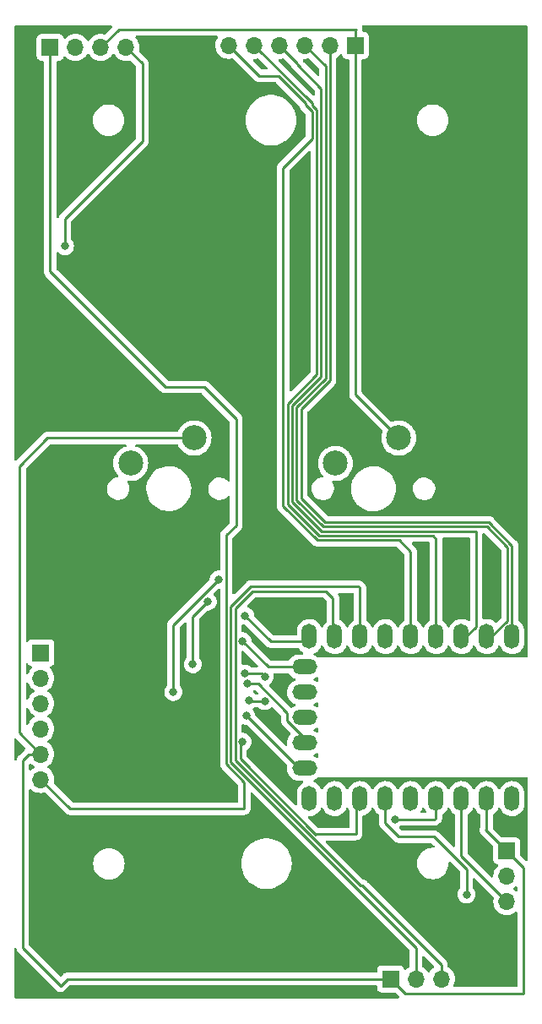
<source format=gtl>
G04 #@! TF.GenerationSoftware,KiCad,Pcbnew,7.0.1*
G04 #@! TF.CreationDate,2023-12-15T11:31:03-05:00*
G04 #@! TF.ProjectId,strum,73747275-6d2e-46b6-9963-61645f706362,rev?*
G04 #@! TF.SameCoordinates,Original*
G04 #@! TF.FileFunction,Copper,L1,Top*
G04 #@! TF.FilePolarity,Positive*
%FSLAX46Y46*%
G04 Gerber Fmt 4.6, Leading zero omitted, Abs format (unit mm)*
G04 Created by KiCad (PCBNEW 7.0.1) date 2023-12-15 11:31:03*
%MOMM*%
%LPD*%
G01*
G04 APERTURE LIST*
G04 #@! TA.AperFunction,ComponentPad*
%ADD10R,1.700000X1.700000*%
G04 #@! TD*
G04 #@! TA.AperFunction,ComponentPad*
%ADD11O,1.700000X1.700000*%
G04 #@! TD*
G04 #@! TA.AperFunction,ComponentPad*
%ADD12O,1.500000X2.500000*%
G04 #@! TD*
G04 #@! TA.AperFunction,ComponentPad*
%ADD13O,2.500000X1.500000*%
G04 #@! TD*
G04 #@! TA.AperFunction,ComponentPad*
%ADD14C,2.500000*%
G04 #@! TD*
G04 #@! TA.AperFunction,ViaPad*
%ADD15C,0.800000*%
G04 #@! TD*
G04 #@! TA.AperFunction,Conductor*
%ADD16C,0.250000*%
G04 #@! TD*
G04 APERTURE END LIST*
D10*
X131430000Y-40360000D03*
D11*
X133970000Y-40360000D03*
X136510000Y-40360000D03*
X139050000Y-40360000D03*
D10*
X130500000Y-101030000D03*
D11*
X130500000Y-103570000D03*
X130500000Y-106110000D03*
X130500000Y-108650000D03*
X130500000Y-111190000D03*
X130500000Y-113730000D03*
D12*
X177750000Y-99400000D03*
X175210000Y-99400000D03*
X172670000Y-99400000D03*
X170130000Y-99400000D03*
X167590000Y-99400000D03*
X165050000Y-99400000D03*
X162510000Y-99400000D03*
X159970000Y-99400000D03*
X157430000Y-99400000D03*
D13*
X156930000Y-102440000D03*
X156930000Y-104980000D03*
X156930000Y-107520000D03*
X156930000Y-110060000D03*
X156930000Y-112600000D03*
D12*
X157430000Y-115640000D03*
X159970000Y-115640000D03*
X162510000Y-115640000D03*
X165050000Y-115640000D03*
X167590000Y-115640000D03*
X170130000Y-115640000D03*
X172670000Y-115640000D03*
X175210000Y-115640000D03*
X177750000Y-115640000D03*
D14*
X166390000Y-79510000D03*
X160040000Y-82050000D03*
X139520000Y-82040000D03*
X145870000Y-79500000D03*
D11*
X170660000Y-133710000D03*
X168120000Y-133710000D03*
D10*
X165580000Y-133710000D03*
X162050000Y-40160000D03*
D11*
X159510000Y-40160000D03*
X156970000Y-40160000D03*
X154430000Y-40160000D03*
X151890000Y-40160000D03*
X149350000Y-40160000D03*
D10*
X177230000Y-120880000D03*
D11*
X177230000Y-123420000D03*
X177230000Y-125960000D03*
D15*
X132910000Y-60280000D03*
X145730000Y-102180000D03*
X151230000Y-104140000D03*
X147240000Y-95890000D03*
X148342299Y-93667701D03*
X143780000Y-104950000D03*
X151100000Y-107330000D03*
X152954500Y-103430000D03*
X150920000Y-103110000D03*
X165990000Y-117700000D03*
X151360000Y-105770000D03*
X152954500Y-105860000D03*
X173180000Y-125235500D03*
X150724500Y-109940000D03*
X150724500Y-99860000D03*
X150960000Y-97310000D03*
D16*
X140680000Y-41990000D02*
X139050000Y-40360000D01*
X140680000Y-49770000D02*
X140680000Y-41990000D01*
X132910000Y-57540000D02*
X140680000Y-49770000D01*
X132910000Y-60280000D02*
X132910000Y-57540000D01*
X145730000Y-102180000D02*
X145730000Y-97400000D01*
X152290000Y-104140000D02*
X151230000Y-104140000D01*
X155225305Y-107075305D02*
X152290000Y-104140000D01*
X155225305Y-107855305D02*
X155225305Y-107075305D01*
X145730000Y-97400000D02*
X147240000Y-95890000D01*
X157430000Y-110060000D02*
X155225305Y-107855305D01*
X143780000Y-98230000D02*
X148342299Y-93667701D01*
X143780000Y-104950000D02*
X143780000Y-98230000D01*
X157430000Y-112600000D02*
X156370000Y-112600000D01*
X156370000Y-112600000D02*
X151100000Y-107330000D01*
X133420000Y-116650000D02*
X130500000Y-113730000D01*
X150890000Y-116650000D02*
X133420000Y-116650000D01*
X150890000Y-113976396D02*
X150890000Y-116650000D01*
X149100000Y-112186396D02*
X150890000Y-113976396D01*
X149100000Y-89240000D02*
X149100000Y-112186396D01*
X150080000Y-88260000D02*
X149100000Y-89240000D01*
X150080000Y-77610000D02*
X150080000Y-88260000D01*
X146860000Y-74390000D02*
X150080000Y-77610000D01*
X142987387Y-74390000D02*
X146860000Y-74390000D01*
X131430000Y-62832613D02*
X142987387Y-74390000D01*
X131430000Y-40360000D02*
X131430000Y-62832613D01*
X162120000Y-38570000D02*
X162050000Y-38640000D01*
X138300000Y-38570000D02*
X162120000Y-38570000D01*
X162050000Y-38640000D02*
X162050000Y-40160000D01*
X136510000Y-40360000D02*
X138300000Y-38570000D01*
X170130000Y-117560000D02*
X170130000Y-115140000D01*
X169990000Y-117700000D02*
X170130000Y-117560000D01*
X165990000Y-117700000D02*
X169990000Y-117700000D01*
X150920000Y-103110000D02*
X152634500Y-103110000D01*
X152634500Y-103110000D02*
X152954500Y-103430000D01*
X151450000Y-105860000D02*
X151360000Y-105770000D01*
X152954500Y-105860000D02*
X151450000Y-105860000D01*
X165050000Y-118120000D02*
X165050000Y-115140000D01*
X166380000Y-119450000D02*
X165050000Y-118120000D01*
X169920000Y-119450000D02*
X166380000Y-119450000D01*
X173180000Y-122710000D02*
X169920000Y-119450000D01*
X173180000Y-125235500D02*
X173180000Y-122710000D01*
X162110000Y-115540000D02*
X162510000Y-115140000D01*
X162110000Y-119190000D02*
X162110000Y-115540000D01*
X158090000Y-119190000D02*
X162110000Y-119190000D01*
X158051396Y-119228604D02*
X158090000Y-119190000D01*
X150500000Y-110164500D02*
X150500000Y-111677208D01*
X150724500Y-109940000D02*
X150500000Y-110164500D01*
X150500000Y-111677208D02*
X158051396Y-119228604D01*
X172670000Y-121400000D02*
X177230000Y-125960000D01*
X172670000Y-115140000D02*
X172670000Y-121400000D01*
X157430000Y-102440000D02*
X153304500Y-102440000D01*
X153304500Y-102440000D02*
X150724500Y-99860000D01*
X153550000Y-99900000D02*
X150960000Y-97310000D01*
X157430000Y-99900000D02*
X153550000Y-99900000D01*
X159800000Y-99730000D02*
X159970000Y-99900000D01*
X159800000Y-95550000D02*
X159800000Y-99730000D01*
X159090000Y-94840000D02*
X159800000Y-95550000D01*
X151746396Y-94840000D02*
X159090000Y-94840000D01*
X150000000Y-96586396D02*
X151746396Y-94840000D01*
X150000000Y-111813604D02*
X150000000Y-96586396D01*
X162566396Y-124380000D02*
X150000000Y-111813604D01*
X162760000Y-124380000D02*
X162566396Y-124380000D01*
X170660000Y-132280000D02*
X162760000Y-124380000D01*
X170660000Y-133710000D02*
X170660000Y-132280000D01*
X168120000Y-130570000D02*
X168120000Y-133710000D01*
X149550000Y-96400000D02*
X149550000Y-112000000D01*
X151560000Y-94390000D02*
X149550000Y-96400000D01*
X162360000Y-94390000D02*
X151560000Y-94390000D01*
X149550000Y-112000000D02*
X168120000Y-130570000D01*
X162510000Y-99900000D02*
X162510000Y-94540000D01*
X162510000Y-94540000D02*
X162360000Y-94390000D01*
X167590000Y-90900000D02*
X167590000Y-99900000D01*
X166440000Y-89750000D02*
X167590000Y-90900000D01*
X158223604Y-89750000D02*
X166440000Y-89750000D01*
X154780000Y-86306396D02*
X158223604Y-89750000D01*
X154780000Y-52430000D02*
X154780000Y-86306396D01*
X157710000Y-49500000D02*
X154780000Y-52430000D01*
X157710000Y-46816396D02*
X157710000Y-49500000D01*
X157026802Y-46133198D02*
X157710000Y-46816396D01*
X154311802Y-43218198D02*
X157026802Y-45933198D01*
X152408198Y-43218198D02*
X154311802Y-43218198D01*
X149350000Y-40160000D02*
X152408198Y-43218198D01*
X157026802Y-45933198D02*
X157026802Y-46133198D01*
X157710000Y-45980000D02*
X151890000Y-40160000D01*
X157710000Y-46180000D02*
X157710000Y-45980000D01*
X158160000Y-46630000D02*
X157710000Y-46180000D01*
X158160000Y-73147208D02*
X158160000Y-46630000D01*
X155230000Y-76077208D02*
X158160000Y-73147208D01*
X155230000Y-86120000D02*
X155230000Y-76077208D01*
X169500000Y-89300000D02*
X158410000Y-89300000D01*
X169510000Y-89290000D02*
X169500000Y-89300000D01*
X169830000Y-89290000D02*
X169510000Y-89290000D01*
X170130000Y-89590000D02*
X169830000Y-89290000D01*
X170130000Y-99900000D02*
X170130000Y-89590000D01*
X158410000Y-89300000D02*
X155230000Y-86120000D01*
X174160000Y-98410000D02*
X172670000Y-99900000D01*
X174160000Y-88840000D02*
X174160000Y-98410000D01*
X159760000Y-88840000D02*
X174160000Y-88840000D01*
X159750000Y-88850000D02*
X159760000Y-88840000D01*
X158647208Y-88850000D02*
X159750000Y-88850000D01*
X155710000Y-85912792D02*
X158647208Y-88850000D01*
X155710000Y-76233604D02*
X155710000Y-85912792D01*
X158610000Y-73333604D02*
X155710000Y-76233604D01*
X158610000Y-44480000D02*
X158610000Y-73333604D01*
X156210000Y-42080000D02*
X158610000Y-44480000D01*
X156210000Y-41940000D02*
X156210000Y-42080000D01*
X154430000Y-40160000D02*
X156210000Y-41940000D01*
X159060000Y-42250000D02*
X156970000Y-40160000D01*
X159060000Y-73520000D02*
X159060000Y-42250000D01*
X156160000Y-76420000D02*
X159060000Y-73520000D01*
X156160000Y-85726396D02*
X156160000Y-76420000D01*
X158823604Y-88390000D02*
X156160000Y-85726396D01*
X175233604Y-88390000D02*
X158823604Y-88390000D01*
X177300000Y-90456396D02*
X175233604Y-88390000D01*
X177300000Y-97810000D02*
X177300000Y-90456396D01*
X175210000Y-99900000D02*
X177300000Y-97810000D01*
X159010000Y-87940000D02*
X175420000Y-87940000D01*
X156610000Y-85540000D02*
X159010000Y-87940000D01*
X156610000Y-76620000D02*
X156610000Y-85540000D01*
X177750000Y-90270000D02*
X177750000Y-99900000D01*
X159510000Y-73720000D02*
X156610000Y-76620000D01*
X175420000Y-87940000D02*
X177750000Y-90270000D01*
X159510000Y-40160000D02*
X159510000Y-73720000D01*
X175120000Y-118770000D02*
X177230000Y-120880000D01*
X175210000Y-118680000D02*
X175120000Y-118770000D01*
X175210000Y-115140000D02*
X175210000Y-118680000D01*
X178930000Y-135170000D02*
X178930000Y-122580000D01*
X178930000Y-122580000D02*
X177230000Y-120880000D01*
X167040000Y-135170000D02*
X178930000Y-135170000D01*
X165580000Y-133710000D02*
X167040000Y-135170000D01*
X133140000Y-133710000D02*
X165580000Y-133710000D01*
X128690000Y-111810000D02*
X128690000Y-130620000D01*
X128690000Y-130620000D02*
X132460000Y-134390000D01*
X129310000Y-111190000D02*
X128690000Y-111810000D01*
X132460000Y-134390000D02*
X133140000Y-133710000D01*
X130500000Y-111190000D02*
X129310000Y-111190000D01*
X128370000Y-109060000D02*
X130500000Y-111190000D01*
X128370000Y-82310000D02*
X128370000Y-109060000D01*
X131180000Y-79500000D02*
X128370000Y-82310000D01*
X145870000Y-79500000D02*
X131180000Y-79500000D01*
X162050000Y-75170000D02*
X166390000Y-79510000D01*
X162050000Y-40160000D02*
X162050000Y-75170000D01*
G04 #@! TA.AperFunction,NonConductor*
G36*
X152345647Y-41500237D02*
G01*
X153226427Y-42381017D01*
X153256677Y-42430380D01*
X153261219Y-42488096D01*
X153239064Y-42541583D01*
X153195041Y-42579183D01*
X153138746Y-42592698D01*
X152718650Y-42592698D01*
X152671197Y-42583259D01*
X152630969Y-42556379D01*
X152123923Y-42049333D01*
X151802396Y-41727805D01*
X151769017Y-41666965D01*
X151773556Y-41597716D01*
X151814592Y-41541750D01*
X151879271Y-41516598D01*
X152022231Y-41504090D01*
X152125408Y-41495063D01*
X152225874Y-41468143D01*
X152290059Y-41468143D01*
X152345647Y-41500237D01*
G37*
G04 #@! TD.AperFunction*
G04 #@! TA.AperFunction,NonConductor*
G36*
X157425646Y-41500236D02*
G01*
X157974742Y-42049333D01*
X158398181Y-42472772D01*
X158425061Y-42513000D01*
X158434500Y-42560453D01*
X158434500Y-43120548D01*
X158420985Y-43176843D01*
X158383385Y-43220866D01*
X158329898Y-43243021D01*
X158272182Y-43238479D01*
X158222819Y-43208229D01*
X157607288Y-42592698D01*
X156853808Y-41839217D01*
X156826196Y-41797183D01*
X156820664Y-41783211D01*
X156820664Y-41783208D01*
X156804582Y-41742591D01*
X156800804Y-41731552D01*
X156784248Y-41674566D01*
X156786855Y-41673808D01*
X156775798Y-41632268D01*
X156794855Y-41567919D01*
X156844648Y-41522923D01*
X156910593Y-41510462D01*
X156969999Y-41515659D01*
X156969999Y-41515658D01*
X156970000Y-41515659D01*
X157205408Y-41495063D01*
X157305874Y-41468143D01*
X157370059Y-41468143D01*
X157425646Y-41500236D01*
G37*
G04 #@! TD.AperFunction*
G04 #@! TA.AperFunction,NonConductor*
G36*
X154885646Y-41500236D02*
G01*
X155238491Y-41853082D01*
X155566191Y-42180782D01*
X155593803Y-42222818D01*
X155615414Y-42277404D01*
X155619197Y-42288451D01*
X155631382Y-42330391D01*
X155641580Y-42347635D01*
X155650136Y-42365100D01*
X155657514Y-42383732D01*
X155657515Y-42383733D01*
X155683180Y-42419059D01*
X155689593Y-42428822D01*
X155711826Y-42466416D01*
X155711829Y-42466419D01*
X155711830Y-42466420D01*
X155725995Y-42480585D01*
X155738627Y-42495375D01*
X155750406Y-42511587D01*
X155784058Y-42539426D01*
X155792699Y-42547289D01*
X157948181Y-44702771D01*
X157975061Y-44742999D01*
X157984500Y-44790452D01*
X157984500Y-45070548D01*
X157970985Y-45126843D01*
X157933385Y-45170866D01*
X157879898Y-45193021D01*
X157822182Y-45188479D01*
X157772819Y-45158229D01*
X154342398Y-41727807D01*
X154309018Y-41666965D01*
X154313557Y-41597716D01*
X154354592Y-41541750D01*
X154419272Y-41516598D01*
X154567924Y-41503591D01*
X154665408Y-41495063D01*
X154765874Y-41468143D01*
X154830059Y-41468143D01*
X154885646Y-41500236D01*
G37*
G04 #@! TD.AperFunction*
G04 #@! TA.AperFunction,NonConductor*
G36*
X137837257Y-41006975D02*
G01*
X137881573Y-41045839D01*
X138011505Y-41231401D01*
X138178599Y-41398495D01*
X138372170Y-41534035D01*
X138586337Y-41633903D01*
X138814592Y-41695063D01*
X139050000Y-41715659D01*
X139285408Y-41695063D01*
X139385874Y-41668143D01*
X139450059Y-41668143D01*
X139505646Y-41700236D01*
X139783660Y-41978251D01*
X140018181Y-42212772D01*
X140045061Y-42253000D01*
X140054500Y-42300453D01*
X140054500Y-49459547D01*
X140045061Y-49507000D01*
X140018181Y-49547228D01*
X132526208Y-57039199D01*
X132510110Y-57052096D01*
X132462096Y-57103225D01*
X132459391Y-57106017D01*
X132439874Y-57125534D01*
X132437415Y-57128705D01*
X132429842Y-57137572D01*
X132399935Y-57169420D01*
X132390285Y-57186974D01*
X132379609Y-57203228D01*
X132367326Y-57219063D01*
X132349975Y-57259158D01*
X132344838Y-57269644D01*
X132323802Y-57307907D01*
X132318821Y-57327309D01*
X132312520Y-57345711D01*
X132304561Y-57364103D01*
X132301973Y-57380446D01*
X132277875Y-57436534D01*
X132229935Y-57474327D01*
X132169770Y-57484665D01*
X132111964Y-57465042D01*
X132070527Y-57420215D01*
X132055500Y-57361047D01*
X132055500Y-47650000D01*
X135718845Y-47650000D01*
X135738276Y-47896895D01*
X135796091Y-48137712D01*
X135890863Y-48366514D01*
X136002163Y-48548138D01*
X136020266Y-48577678D01*
X136181107Y-48765998D01*
X136369427Y-48926839D01*
X136449661Y-48976006D01*
X136580590Y-49056241D01*
X136809392Y-49151013D01*
X136809395Y-49151013D01*
X136809396Y-49151014D01*
X137050211Y-49208829D01*
X137297105Y-49228260D01*
X137543999Y-49208829D01*
X137784814Y-49151014D01*
X137784815Y-49151013D01*
X137784817Y-49151013D01*
X138013619Y-49056241D01*
X138064314Y-49025174D01*
X138224783Y-48926839D01*
X138413103Y-48765998D01*
X138573944Y-48577678D01*
X138703345Y-48366515D01*
X138703346Y-48366514D01*
X138798118Y-48137712D01*
X138839847Y-47963899D01*
X138855934Y-47896894D01*
X138875365Y-47650000D01*
X138855934Y-47403106D01*
X138798119Y-47162291D01*
X138798118Y-47162290D01*
X138798118Y-47162287D01*
X138703346Y-46933485D01*
X138576056Y-46725769D01*
X138573944Y-46722322D01*
X138413103Y-46534002D01*
X138224783Y-46373161D01*
X138164199Y-46336035D01*
X138013619Y-46243758D01*
X137784817Y-46148986D01*
X137544000Y-46091171D01*
X137297105Y-46071740D01*
X137050209Y-46091171D01*
X136809392Y-46148986D01*
X136580590Y-46243758D01*
X136369428Y-46373160D01*
X136181107Y-46534002D01*
X136020265Y-46722323D01*
X135890863Y-46933485D01*
X135796091Y-47162287D01*
X135738276Y-47403104D01*
X135718845Y-47650000D01*
X132055500Y-47650000D01*
X132055500Y-41834499D01*
X132072113Y-41772499D01*
X132117500Y-41727112D01*
X132179500Y-41710499D01*
X132327870Y-41710499D01*
X132327872Y-41710499D01*
X132387483Y-41704091D01*
X132522331Y-41653796D01*
X132637546Y-41567546D01*
X132723796Y-41452331D01*
X132772810Y-41320916D01*
X132807789Y-41270537D01*
X132862634Y-41243084D01*
X132923927Y-41245273D01*
X132976673Y-41276569D01*
X133098599Y-41398495D01*
X133292170Y-41534035D01*
X133506337Y-41633903D01*
X133734592Y-41695063D01*
X133970000Y-41715659D01*
X134205408Y-41695063D01*
X134433663Y-41633903D01*
X134647830Y-41534035D01*
X134841401Y-41398495D01*
X135008495Y-41231401D01*
X135138426Y-41045839D01*
X135182743Y-41006975D01*
X135240000Y-40992964D01*
X135297257Y-41006975D01*
X135341573Y-41045839D01*
X135471505Y-41231401D01*
X135638599Y-41398495D01*
X135832170Y-41534035D01*
X136046337Y-41633903D01*
X136274592Y-41695063D01*
X136510000Y-41715659D01*
X136745408Y-41695063D01*
X136973663Y-41633903D01*
X137187830Y-41534035D01*
X137381401Y-41398495D01*
X137548495Y-41231401D01*
X137678426Y-41045839D01*
X137722743Y-41006975D01*
X137780000Y-40992964D01*
X137837257Y-41006975D01*
G37*
G04 #@! TD.AperFunction*
G04 #@! TA.AperFunction,NonConductor*
G36*
X157483385Y-50759134D02*
G01*
X157520985Y-50803157D01*
X157534500Y-50859452D01*
X157534500Y-72836756D01*
X157525061Y-72884209D01*
X157498181Y-72924437D01*
X155617181Y-74805436D01*
X155567818Y-74835686D01*
X155510102Y-74840228D01*
X155456615Y-74818073D01*
X155419015Y-74774050D01*
X155405500Y-74717755D01*
X155405500Y-52740452D01*
X155414939Y-52692999D01*
X155441819Y-52652771D01*
X157322819Y-50771771D01*
X157372182Y-50741521D01*
X157429898Y-50736979D01*
X157483385Y-50759134D01*
G37*
G04 #@! TD.AperFunction*
G04 #@! TA.AperFunction,NonConductor*
G36*
X174970605Y-89024939D02*
G01*
X175010833Y-89051819D01*
X176638181Y-90679168D01*
X176665061Y-90719396D01*
X176674500Y-90766849D01*
X176674500Y-97499547D01*
X176665061Y-97547000D01*
X176638181Y-97587228D01*
X176239194Y-97986213D01*
X176184502Y-98018063D01*
X176121215Y-98018774D01*
X176065822Y-97988159D01*
X175992825Y-97918368D01*
X175804968Y-97794365D01*
X175597987Y-97705896D01*
X175378537Y-97655809D01*
X175153671Y-97645709D01*
X174926145Y-97676530D01*
X174857376Y-97666164D01*
X174805003Y-97620407D01*
X174785500Y-97553652D01*
X174785500Y-89139500D01*
X174802113Y-89077500D01*
X174847500Y-89032113D01*
X174909500Y-89015500D01*
X174923152Y-89015500D01*
X174970605Y-89024939D01*
G37*
G04 #@! TD.AperFunction*
G04 #@! TA.AperFunction,NonConductor*
G36*
X161822500Y-95032113D02*
G01*
X161867887Y-95077500D01*
X161884500Y-95139500D01*
X161884500Y-97742448D01*
X161866946Y-97806049D01*
X161826596Y-97844626D01*
X161827045Y-97845189D01*
X161820791Y-97850176D01*
X161819256Y-97851644D01*
X161818317Y-97852148D01*
X161642335Y-97992490D01*
X161494233Y-98162006D01*
X161378784Y-98355236D01*
X161356692Y-98414101D01*
X161324668Y-98461681D01*
X161274659Y-98489761D01*
X161217363Y-98492333D01*
X161165039Y-98468849D01*
X161128879Y-98424331D01*
X161095605Y-98355237D01*
X161047829Y-98256027D01*
X160915522Y-98073922D01*
X160752825Y-97918368D01*
X160752822Y-97918366D01*
X160752821Y-97918365D01*
X160641110Y-97844626D01*
X160564968Y-97794365D01*
X160554966Y-97790090D01*
X160500765Y-97766923D01*
X160461165Y-97739925D01*
X160434762Y-97699926D01*
X160425500Y-97652902D01*
X160425500Y-95632744D01*
X160427764Y-95612236D01*
X160425561Y-95542113D01*
X160425500Y-95538219D01*
X160425500Y-95510654D01*
X160425500Y-95510650D01*
X160424997Y-95506670D01*
X160424081Y-95495028D01*
X160423450Y-95474939D01*
X160422710Y-95451373D01*
X160417118Y-95432126D01*
X160413174Y-95413085D01*
X160410664Y-95393208D01*
X160394579Y-95352583D01*
X160390808Y-95341568D01*
X160378618Y-95299610D01*
X160368414Y-95282355D01*
X160359861Y-95264895D01*
X160352486Y-95246268D01*
X160330458Y-95215949D01*
X160327869Y-95212385D01*
X160304569Y-95149229D01*
X160317702Y-95083205D01*
X160363397Y-95033773D01*
X160428187Y-95015500D01*
X161760500Y-95015500D01*
X161822500Y-95032113D01*
G37*
G04 #@! TD.AperFunction*
G04 #@! TA.AperFunction,NonConductor*
G36*
X148202820Y-39213491D02*
G01*
X148248481Y-39262243D01*
X148262227Y-39327610D01*
X148240067Y-39390623D01*
X148175965Y-39482170D01*
X148076097Y-39696336D01*
X148014936Y-39924592D01*
X147994340Y-40160000D01*
X148014936Y-40395407D01*
X148059709Y-40562501D01*
X148076097Y-40623663D01*
X148175965Y-40837830D01*
X148311505Y-41031401D01*
X148478599Y-41198495D01*
X148672170Y-41334035D01*
X148886337Y-41433903D01*
X149114592Y-41495063D01*
X149350000Y-41515659D01*
X149585408Y-41495063D01*
X149685874Y-41468143D01*
X149750059Y-41468143D01*
X149805646Y-41500236D01*
X150861788Y-42556379D01*
X151907394Y-43601985D01*
X151920294Y-43618086D01*
X151971421Y-43666098D01*
X151974217Y-43668808D01*
X151993727Y-43688318D01*
X151996909Y-43690786D01*
X152005769Y-43698353D01*
X152037615Y-43728259D01*
X152037616Y-43728260D01*
X152055168Y-43737909D01*
X152071436Y-43748595D01*
X152087262Y-43760871D01*
X152127344Y-43778215D01*
X152137831Y-43783353D01*
X152176105Y-43804395D01*
X152184608Y-43806577D01*
X152195506Y-43809376D01*
X152213911Y-43815676D01*
X152232302Y-43823635D01*
X152275448Y-43830468D01*
X152286866Y-43832833D01*
X152329179Y-43843698D01*
X152349214Y-43843698D01*
X152368613Y-43845225D01*
X152388394Y-43848358D01*
X152431872Y-43844248D01*
X152443542Y-43843698D01*
X154001350Y-43843698D01*
X154048803Y-43853137D01*
X154089031Y-43880017D01*
X156368185Y-46159172D01*
X156394301Y-46197597D01*
X156398661Y-46217091D01*
X156399723Y-46216783D01*
X156409681Y-46251058D01*
X156413627Y-46270114D01*
X156416137Y-46289990D01*
X156432216Y-46330602D01*
X156435999Y-46341649D01*
X156448184Y-46383589D01*
X156458382Y-46400833D01*
X156466938Y-46418298D01*
X156474316Y-46436930D01*
X156474317Y-46436931D01*
X156499982Y-46472257D01*
X156506395Y-46482020D01*
X156528628Y-46519614D01*
X156528631Y-46519617D01*
X156528632Y-46519618D01*
X156542797Y-46533783D01*
X156555429Y-46548573D01*
X156567208Y-46564785D01*
X156600860Y-46592624D01*
X156609501Y-46600487D01*
X157048181Y-47039168D01*
X157075061Y-47079396D01*
X157084500Y-47126849D01*
X157084500Y-49189548D01*
X157075061Y-49237001D01*
X157048181Y-49277229D01*
X154396208Y-51929199D01*
X154380110Y-51942096D01*
X154332096Y-51993225D01*
X154329391Y-51996017D01*
X154309874Y-52015534D01*
X154307415Y-52018705D01*
X154299842Y-52027572D01*
X154269935Y-52059420D01*
X154260285Y-52076974D01*
X154249609Y-52093228D01*
X154237326Y-52109063D01*
X154219975Y-52149158D01*
X154214838Y-52159644D01*
X154193802Y-52197907D01*
X154188821Y-52217309D01*
X154182520Y-52235711D01*
X154174561Y-52254102D01*
X154167728Y-52297242D01*
X154165360Y-52308674D01*
X154154500Y-52350978D01*
X154154500Y-52371016D01*
X154152973Y-52390415D01*
X154149840Y-52410194D01*
X154153950Y-52453675D01*
X154154500Y-52465344D01*
X154154500Y-86223652D01*
X154152235Y-86244158D01*
X154154439Y-86314269D01*
X154154500Y-86318164D01*
X154154500Y-86345745D01*
X154155003Y-86349730D01*
X154155918Y-86361363D01*
X154157290Y-86405022D01*
X154162879Y-86424256D01*
X154166825Y-86443312D01*
X154169335Y-86463188D01*
X154185414Y-86503800D01*
X154189197Y-86514847D01*
X154201382Y-86556787D01*
X154211580Y-86574031D01*
X154220136Y-86591496D01*
X154227514Y-86610128D01*
X154227515Y-86610129D01*
X154253180Y-86645455D01*
X154259593Y-86655218D01*
X154281826Y-86692812D01*
X154281829Y-86692815D01*
X154281830Y-86692816D01*
X154295995Y-86706981D01*
X154308627Y-86721771D01*
X154320406Y-86737983D01*
X154354058Y-86765822D01*
X154362699Y-86773685D01*
X157722800Y-90133787D01*
X157735700Y-90149888D01*
X157737817Y-90151876D01*
X157737818Y-90151877D01*
X157758579Y-90171373D01*
X157786827Y-90197900D01*
X157789624Y-90200611D01*
X157809133Y-90220120D01*
X157812315Y-90222588D01*
X157821175Y-90230155D01*
X157851059Y-90258219D01*
X157853022Y-90260062D01*
X157870574Y-90269711D01*
X157886842Y-90280397D01*
X157902668Y-90292673D01*
X157942750Y-90310017D01*
X157953237Y-90315155D01*
X157991511Y-90336197D01*
X158000014Y-90338379D01*
X158010912Y-90341178D01*
X158029317Y-90347478D01*
X158047708Y-90355437D01*
X158090854Y-90362270D01*
X158102272Y-90364635D01*
X158144585Y-90375500D01*
X158164620Y-90375500D01*
X158184019Y-90377027D01*
X158203800Y-90380160D01*
X158247278Y-90376050D01*
X158258948Y-90375500D01*
X166129548Y-90375500D01*
X166177001Y-90384939D01*
X166217229Y-90411819D01*
X166928181Y-91122771D01*
X166955061Y-91162999D01*
X166964500Y-91210452D01*
X166964500Y-97742448D01*
X166946946Y-97806049D01*
X166906596Y-97844626D01*
X166907045Y-97845189D01*
X166900791Y-97850176D01*
X166899256Y-97851644D01*
X166898317Y-97852148D01*
X166722335Y-97992490D01*
X166574233Y-98162006D01*
X166458784Y-98355236D01*
X166436692Y-98414101D01*
X166404668Y-98461681D01*
X166354659Y-98489761D01*
X166297363Y-98492333D01*
X166245039Y-98468849D01*
X166208879Y-98424331D01*
X166175605Y-98355237D01*
X166127829Y-98256027D01*
X165995522Y-98073922D01*
X165832825Y-97918368D01*
X165832822Y-97918366D01*
X165832821Y-97918365D01*
X165644968Y-97794365D01*
X165437987Y-97705896D01*
X165218537Y-97655809D01*
X164993671Y-97645709D01*
X164770611Y-97675925D01*
X164556537Y-97745482D01*
X164473642Y-97790090D01*
X164358319Y-97852148D01*
X164358317Y-97852149D01*
X164358318Y-97852149D01*
X164182335Y-97992490D01*
X164034233Y-98162006D01*
X163918784Y-98355236D01*
X163896692Y-98414101D01*
X163864668Y-98461681D01*
X163814659Y-98489761D01*
X163757363Y-98492333D01*
X163705039Y-98468849D01*
X163668879Y-98424331D01*
X163635605Y-98355237D01*
X163587829Y-98256027D01*
X163455522Y-98073922D01*
X163292825Y-97918368D01*
X163292822Y-97918366D01*
X163292821Y-97918365D01*
X163217770Y-97868824D01*
X163191188Y-97851278D01*
X163150306Y-97806552D01*
X163135500Y-97747792D01*
X163135500Y-94622744D01*
X163137764Y-94602237D01*
X163135561Y-94532127D01*
X163135500Y-94528232D01*
X163135500Y-94500653D01*
X163134997Y-94496672D01*
X163134080Y-94485019D01*
X163132709Y-94441373D01*
X163127120Y-94422140D01*
X163123174Y-94403082D01*
X163120664Y-94383206D01*
X163104588Y-94342604D01*
X163100804Y-94331553D01*
X163094881Y-94311168D01*
X163088618Y-94289610D01*
X163078414Y-94272355D01*
X163069861Y-94254895D01*
X163062486Y-94236269D01*
X163062486Y-94236268D01*
X163036808Y-94200925D01*
X163030401Y-94191171D01*
X163008169Y-94153579D01*
X162994006Y-94139416D01*
X162981374Y-94124627D01*
X162969594Y-94108413D01*
X162969591Y-94108411D01*
X162969591Y-94108410D01*
X162935947Y-94080578D01*
X162927306Y-94072715D01*
X162860801Y-94006210D01*
X162847905Y-93990112D01*
X162796774Y-93942097D01*
X162793977Y-93939386D01*
X162774470Y-93919879D01*
X162771290Y-93917412D01*
X162762424Y-93909839D01*
X162730582Y-93879938D01*
X162713024Y-93870285D01*
X162696764Y-93859604D01*
X162680936Y-93847327D01*
X162640851Y-93829980D01*
X162630361Y-93824841D01*
X162592091Y-93803802D01*
X162572691Y-93798821D01*
X162554284Y-93792519D01*
X162535897Y-93784562D01*
X162492758Y-93777729D01*
X162481324Y-93775361D01*
X162439019Y-93764500D01*
X162418984Y-93764500D01*
X162399586Y-93762973D01*
X162392162Y-93761797D01*
X162379805Y-93759840D01*
X162379804Y-93759840D01*
X162353484Y-93762328D01*
X162336325Y-93763950D01*
X162324656Y-93764500D01*
X151642740Y-93764500D01*
X151622236Y-93762236D01*
X151552144Y-93764439D01*
X151548250Y-93764500D01*
X151520648Y-93764500D01*
X151516653Y-93765004D01*
X151505029Y-93765918D01*
X151461368Y-93767290D01*
X151442128Y-93772880D01*
X151423081Y-93776825D01*
X151403209Y-93779335D01*
X151362599Y-93795413D01*
X151351554Y-93799194D01*
X151309611Y-93811380D01*
X151292369Y-93821578D01*
X151274897Y-93830138D01*
X151256266Y-93837514D01*
X151220938Y-93863181D01*
X151211180Y-93869591D01*
X151173579Y-93891829D01*
X151159410Y-93905998D01*
X151144622Y-93918628D01*
X151128413Y-93930405D01*
X151100572Y-93964058D01*
X151092711Y-93972696D01*
X149937181Y-95128228D01*
X149887818Y-95158478D01*
X149830102Y-95163020D01*
X149776615Y-95140865D01*
X149739015Y-95096842D01*
X149725500Y-95040547D01*
X149725500Y-89550452D01*
X149734939Y-89502999D01*
X149761819Y-89462771D01*
X150111572Y-89113018D01*
X150463789Y-88760800D01*
X150479885Y-88747906D01*
X150481873Y-88745787D01*
X150481877Y-88745786D01*
X150527948Y-88696723D01*
X150530566Y-88694023D01*
X150550120Y-88674471D01*
X150552581Y-88671298D01*
X150560156Y-88662427D01*
X150590062Y-88630582D01*
X150599717Y-88613018D01*
X150610394Y-88596764D01*
X150622673Y-88580936D01*
X150640018Y-88540852D01*
X150645160Y-88530356D01*
X150666197Y-88492092D01*
X150671179Y-88472684D01*
X150677481Y-88454280D01*
X150685437Y-88435896D01*
X150692269Y-88392752D01*
X150694633Y-88381338D01*
X150705500Y-88339019D01*
X150705500Y-88318984D01*
X150707027Y-88299585D01*
X150707068Y-88299321D01*
X150710160Y-88279804D01*
X150706050Y-88236325D01*
X150705500Y-88224656D01*
X150705500Y-77692744D01*
X150707764Y-77672236D01*
X150705561Y-77602113D01*
X150705500Y-77598219D01*
X150705500Y-77570654D01*
X150705500Y-77570650D01*
X150704997Y-77566670D01*
X150704081Y-77555028D01*
X150702710Y-77511373D01*
X150697118Y-77492126D01*
X150693174Y-77473085D01*
X150690664Y-77453208D01*
X150674579Y-77412583D01*
X150670808Y-77401568D01*
X150658618Y-77359610D01*
X150648414Y-77342355D01*
X150639861Y-77324895D01*
X150632486Y-77306269D01*
X150632486Y-77306268D01*
X150606808Y-77270925D01*
X150600401Y-77261171D01*
X150578169Y-77223579D01*
X150564006Y-77209416D01*
X150551367Y-77194617D01*
X150539595Y-77178413D01*
X150505941Y-77150573D01*
X150497299Y-77142709D01*
X147360802Y-74006211D01*
X147347906Y-73990113D01*
X147296775Y-73942098D01*
X147293978Y-73939387D01*
X147274470Y-73919879D01*
X147271290Y-73917412D01*
X147262424Y-73909839D01*
X147230582Y-73879938D01*
X147213024Y-73870285D01*
X147196764Y-73859604D01*
X147180936Y-73847327D01*
X147140851Y-73829980D01*
X147130361Y-73824841D01*
X147092091Y-73803802D01*
X147072691Y-73798821D01*
X147054284Y-73792519D01*
X147035897Y-73784562D01*
X146992758Y-73777729D01*
X146981324Y-73775361D01*
X146939019Y-73764500D01*
X146918984Y-73764500D01*
X146899586Y-73762973D01*
X146892162Y-73761797D01*
X146879805Y-73759840D01*
X146879804Y-73759840D01*
X146846751Y-73762964D01*
X146836325Y-73763950D01*
X146824656Y-73764500D01*
X143297840Y-73764500D01*
X143250387Y-73755061D01*
X143210159Y-73728181D01*
X132091819Y-62609841D01*
X132064939Y-62569613D01*
X132055500Y-62522160D01*
X132055500Y-60999789D01*
X132069611Y-60942340D01*
X132108731Y-60897967D01*
X132163958Y-60876767D01*
X132222723Y-60883566D01*
X132271650Y-60916817D01*
X132304129Y-60952889D01*
X132457269Y-61064151D01*
X132630197Y-61141144D01*
X132815352Y-61180500D01*
X132815354Y-61180500D01*
X133004646Y-61180500D01*
X133004648Y-61180500D01*
X133128084Y-61154262D01*
X133189803Y-61141144D01*
X133362730Y-61064151D01*
X133515871Y-60952888D01*
X133642533Y-60812216D01*
X133737179Y-60648284D01*
X133795674Y-60468256D01*
X133815460Y-60280000D01*
X133795674Y-60091744D01*
X133737179Y-59911716D01*
X133737179Y-59911715D01*
X133642535Y-59747786D01*
X133629427Y-59733229D01*
X133567347Y-59664282D01*
X133543736Y-59625751D01*
X133535500Y-59581313D01*
X133535500Y-57850452D01*
X133544939Y-57802999D01*
X133571819Y-57762771D01*
X134295391Y-57039199D01*
X141063789Y-50270800D01*
X141079885Y-50257906D01*
X141081873Y-50255787D01*
X141081877Y-50255786D01*
X141127948Y-50206723D01*
X141130566Y-50204023D01*
X141150120Y-50184471D01*
X141152581Y-50181298D01*
X141160156Y-50172427D01*
X141190062Y-50140582D01*
X141199717Y-50123018D01*
X141210394Y-50106764D01*
X141222673Y-50090936D01*
X141240018Y-50050852D01*
X141245160Y-50040356D01*
X141266197Y-50002092D01*
X141271179Y-49982684D01*
X141277481Y-49964280D01*
X141285437Y-49945896D01*
X141292269Y-49902752D01*
X141294633Y-49891338D01*
X141305500Y-49849019D01*
X141305500Y-49828984D01*
X141307027Y-49809585D01*
X141307068Y-49809321D01*
X141310160Y-49789804D01*
X141306050Y-49746325D01*
X141305500Y-49734656D01*
X141305500Y-47645557D01*
X151040044Y-47645557D01*
X151060072Y-47963894D01*
X151119842Y-48277219D01*
X151218410Y-48580579D01*
X151354221Y-48869193D01*
X151439676Y-49003848D01*
X151525133Y-49138506D01*
X151685999Y-49332960D01*
X151728451Y-49384276D01*
X151960973Y-49602629D01*
X152219023Y-49790113D01*
X152498538Y-49943777D01*
X152498540Y-49943778D01*
X152795111Y-50061199D01*
X153104060Y-50140523D01*
X153356501Y-50172414D01*
X153420514Y-50180501D01*
X153420515Y-50180501D01*
X153739485Y-50180501D01*
X153739486Y-50180501D01*
X153803499Y-50172414D01*
X154055940Y-50140523D01*
X154364889Y-50061199D01*
X154661460Y-49943778D01*
X154940976Y-49790113D01*
X155017306Y-49734656D01*
X155199026Y-49602629D01*
X155296698Y-49510909D01*
X155431548Y-49384277D01*
X155634867Y-49138506D01*
X155805780Y-48869191D01*
X155941590Y-48580578D01*
X156040158Y-48277219D01*
X156099927Y-47963899D01*
X156119955Y-47645558D01*
X156099927Y-47327217D01*
X156040158Y-47013897D01*
X155941590Y-46710538D01*
X155805780Y-46421925D01*
X155634867Y-46152610D01*
X155431548Y-45906839D01*
X155431547Y-45906838D01*
X155199026Y-45688486D01*
X154940976Y-45501002D01*
X154661461Y-45347338D01*
X154364886Y-45229916D01*
X154055942Y-45150593D01*
X153739486Y-45110615D01*
X153739485Y-45110615D01*
X153420515Y-45110615D01*
X153420514Y-45110615D01*
X153104057Y-45150593D01*
X152795113Y-45229916D01*
X152498538Y-45347338D01*
X152219023Y-45501002D01*
X151960973Y-45688486D01*
X151728451Y-45906839D01*
X151525132Y-46152611D01*
X151354221Y-46421922D01*
X151218410Y-46710536D01*
X151119842Y-47013896D01*
X151060072Y-47327221D01*
X151040044Y-47645557D01*
X141305500Y-47645557D01*
X141305500Y-42072741D01*
X141307763Y-42052237D01*
X141305561Y-41982145D01*
X141305500Y-41978251D01*
X141305500Y-41950657D01*
X141305500Y-41950650D01*
X141304995Y-41946653D01*
X141304080Y-41935023D01*
X141302709Y-41891373D01*
X141297120Y-41872140D01*
X141293174Y-41853082D01*
X141290664Y-41833206D01*
X141274588Y-41792604D01*
X141270804Y-41781553D01*
X141264881Y-41761168D01*
X141258618Y-41739610D01*
X141248414Y-41722355D01*
X141239861Y-41704895D01*
X141232486Y-41686269D01*
X141232486Y-41686268D01*
X141206808Y-41650925D01*
X141200401Y-41641171D01*
X141178169Y-41603579D01*
X141164006Y-41589416D01*
X141151367Y-41574617D01*
X141139595Y-41558413D01*
X141105941Y-41530573D01*
X141097299Y-41522709D01*
X140390237Y-40815647D01*
X140358143Y-40760059D01*
X140358143Y-40695872D01*
X140385063Y-40595408D01*
X140405659Y-40360000D01*
X140385063Y-40124592D01*
X140323903Y-39896337D01*
X140224035Y-39682171D01*
X140088495Y-39488599D01*
X140007077Y-39407181D01*
X139976827Y-39357818D01*
X139972285Y-39300102D01*
X139994440Y-39246615D01*
X140038463Y-39209015D01*
X140094758Y-39195500D01*
X148138492Y-39195500D01*
X148202820Y-39213491D01*
G37*
G04 #@! TD.AperFunction*
G04 #@! TA.AperFunction,NonConductor*
G36*
X169442500Y-89942113D02*
G01*
X169487887Y-89987500D01*
X169504500Y-90049500D01*
X169504500Y-97742448D01*
X169486946Y-97806049D01*
X169446596Y-97844626D01*
X169447045Y-97845189D01*
X169440791Y-97850176D01*
X169439256Y-97851644D01*
X169438317Y-97852148D01*
X169262335Y-97992490D01*
X169114233Y-98162006D01*
X168998784Y-98355236D01*
X168976692Y-98414101D01*
X168944668Y-98461681D01*
X168894659Y-98489761D01*
X168837363Y-98492333D01*
X168785039Y-98468849D01*
X168748879Y-98424331D01*
X168715605Y-98355237D01*
X168667829Y-98256027D01*
X168535522Y-98073922D01*
X168372825Y-97918368D01*
X168372822Y-97918366D01*
X168372821Y-97918365D01*
X168297770Y-97868824D01*
X168271188Y-97851278D01*
X168230306Y-97806552D01*
X168215500Y-97747792D01*
X168215500Y-90982744D01*
X168217764Y-90962236D01*
X168215561Y-90892113D01*
X168215500Y-90888219D01*
X168215500Y-90860654D01*
X168215500Y-90860650D01*
X168214997Y-90856670D01*
X168214081Y-90845028D01*
X168212710Y-90801373D01*
X168207118Y-90782126D01*
X168203174Y-90763085D01*
X168200664Y-90743208D01*
X168184579Y-90702583D01*
X168180808Y-90691568D01*
X168168618Y-90649610D01*
X168158414Y-90632355D01*
X168149861Y-90614895D01*
X168142486Y-90596269D01*
X168142486Y-90596268D01*
X168116808Y-90560925D01*
X168110401Y-90551171D01*
X168088169Y-90513579D01*
X168074006Y-90499416D01*
X168061367Y-90484617D01*
X168049595Y-90468413D01*
X168015941Y-90440573D01*
X168007299Y-90432709D01*
X167711771Y-90137181D01*
X167681521Y-90087818D01*
X167676979Y-90030102D01*
X167699134Y-89976615D01*
X167743157Y-89939015D01*
X167799452Y-89925500D01*
X169380500Y-89925500D01*
X169442500Y-89942113D01*
G37*
G04 #@! TD.AperFunction*
G04 #@! TA.AperFunction,NonConductor*
G36*
X173472500Y-89482113D02*
G01*
X173517887Y-89527500D01*
X173534500Y-89589500D01*
X173534500Y-97741851D01*
X173516948Y-97805450D01*
X173469260Y-97851045D01*
X173404937Y-97865726D01*
X173342189Y-97845338D01*
X173264968Y-97794365D01*
X173057987Y-97705896D01*
X172838537Y-97655809D01*
X172613671Y-97645709D01*
X172390611Y-97675925D01*
X172176537Y-97745482D01*
X172093642Y-97790090D01*
X171978319Y-97852148D01*
X171978317Y-97852149D01*
X171978318Y-97852149D01*
X171802335Y-97992490D01*
X171654233Y-98162006D01*
X171538784Y-98355236D01*
X171516692Y-98414101D01*
X171484668Y-98461681D01*
X171434659Y-98489761D01*
X171377363Y-98492333D01*
X171325039Y-98468849D01*
X171288879Y-98424331D01*
X171255605Y-98355237D01*
X171207829Y-98256027D01*
X171075522Y-98073922D01*
X170912825Y-97918368D01*
X170912822Y-97918366D01*
X170912821Y-97918365D01*
X170837770Y-97868824D01*
X170811188Y-97851278D01*
X170770306Y-97806552D01*
X170755500Y-97747792D01*
X170755500Y-89672741D01*
X170757763Y-89652238D01*
X170755914Y-89593395D01*
X170771191Y-89529763D01*
X170816732Y-89482768D01*
X170879853Y-89465500D01*
X173410500Y-89465500D01*
X173472500Y-89482113D01*
G37*
G04 #@! TD.AperFunction*
G04 #@! TA.AperFunction,NonConductor*
G36*
X158827001Y-95474939D02*
G01*
X158867229Y-95501819D01*
X159138181Y-95772771D01*
X159165061Y-95812999D01*
X159174500Y-95860452D01*
X159174500Y-97875226D01*
X159162220Y-97929027D01*
X159127813Y-97972173D01*
X159102335Y-97992490D01*
X158954233Y-98162006D01*
X158838784Y-98355236D01*
X158816692Y-98414101D01*
X158784668Y-98461681D01*
X158734659Y-98489761D01*
X158677363Y-98492333D01*
X158625039Y-98468849D01*
X158588879Y-98424331D01*
X158555605Y-98355237D01*
X158507829Y-98256027D01*
X158375522Y-98073922D01*
X158212825Y-97918368D01*
X158212822Y-97918366D01*
X158212821Y-97918365D01*
X158024968Y-97794365D01*
X157817987Y-97705896D01*
X157598537Y-97655809D01*
X157373671Y-97645709D01*
X157150611Y-97675925D01*
X156936537Y-97745482D01*
X156853642Y-97790090D01*
X156738319Y-97852148D01*
X156738317Y-97852149D01*
X156738318Y-97852149D01*
X156562335Y-97992490D01*
X156414233Y-98162006D01*
X156298783Y-98355237D01*
X156219693Y-98565974D01*
X156179500Y-98787453D01*
X156179500Y-99150500D01*
X156162887Y-99212500D01*
X156117500Y-99257887D01*
X156055500Y-99274500D01*
X153860453Y-99274500D01*
X153813000Y-99265061D01*
X153772772Y-99238181D01*
X151898960Y-97364369D01*
X151874720Y-97330071D01*
X151863321Y-97289655D01*
X151845674Y-97121744D01*
X151787179Y-96941716D01*
X151787179Y-96941715D01*
X151692533Y-96777783D01*
X151565870Y-96637110D01*
X151412730Y-96525848D01*
X151254010Y-96455180D01*
X151207066Y-96418668D01*
X151182522Y-96364498D01*
X151186024Y-96305130D01*
X151216763Y-96254222D01*
X151969167Y-95501819D01*
X152009396Y-95474939D01*
X152056849Y-95465500D01*
X158779548Y-95465500D01*
X158827001Y-95474939D01*
G37*
G04 #@! TD.AperFunction*
G04 #@! TA.AperFunction,NonConductor*
G36*
X179195566Y-38160474D02*
G01*
X179257542Y-38177088D01*
X179302917Y-38222458D01*
X179319539Y-38284435D01*
X179325489Y-57133319D01*
X179339433Y-101308785D01*
X179339461Y-101395461D01*
X179322861Y-101457477D01*
X179277472Y-101502881D01*
X179215461Y-101519500D01*
X158364760Y-101519500D01*
X158364554Y-101519459D01*
X158323526Y-101519459D01*
X158279955Y-101511552D01*
X158241941Y-101488839D01*
X158167997Y-101424235D01*
X157974763Y-101308784D01*
X157919611Y-101288085D01*
X157869799Y-101253574D01*
X157842290Y-101199580D01*
X157843652Y-101138997D01*
X157873561Y-101086294D01*
X157914163Y-101060785D01*
X157913636Y-101059805D01*
X157923460Y-101054518D01*
X157923464Y-101054517D01*
X158121681Y-100947852D01*
X158297666Y-100807508D01*
X158445765Y-100637996D01*
X158549032Y-100465155D01*
X158561214Y-100444766D01*
X158561216Y-100444762D01*
X158583308Y-100385896D01*
X158615330Y-100338319D01*
X158665339Y-100310239D01*
X158722635Y-100307665D01*
X158774960Y-100331150D01*
X158811120Y-100375668D01*
X158892170Y-100543972D01*
X158960483Y-100637996D01*
X159024478Y-100726078D01*
X159187175Y-100881632D01*
X159375032Y-101005635D01*
X159582012Y-101094103D01*
X159801463Y-101144191D01*
X160006998Y-101153421D01*
X160026328Y-101154290D01*
X160026328Y-101154289D01*
X160026330Y-101154290D01*
X160249387Y-101124075D01*
X160463464Y-101054517D01*
X160661681Y-100947852D01*
X160837666Y-100807508D01*
X160985765Y-100637996D01*
X161089032Y-100465155D01*
X161101214Y-100444766D01*
X161101216Y-100444762D01*
X161123308Y-100385896D01*
X161155330Y-100338319D01*
X161205339Y-100310239D01*
X161262635Y-100307665D01*
X161314960Y-100331150D01*
X161351120Y-100375668D01*
X161432170Y-100543972D01*
X161500483Y-100637996D01*
X161564478Y-100726078D01*
X161727175Y-100881632D01*
X161915032Y-101005635D01*
X162122012Y-101094103D01*
X162341463Y-101144191D01*
X162546998Y-101153421D01*
X162566328Y-101154290D01*
X162566328Y-101154289D01*
X162566330Y-101154290D01*
X162789387Y-101124075D01*
X163003464Y-101054517D01*
X163201681Y-100947852D01*
X163377666Y-100807508D01*
X163525765Y-100637996D01*
X163629032Y-100465155D01*
X163641214Y-100444766D01*
X163641216Y-100444762D01*
X163663308Y-100385896D01*
X163695330Y-100338319D01*
X163745339Y-100310239D01*
X163802635Y-100307665D01*
X163854960Y-100331150D01*
X163891120Y-100375668D01*
X163972170Y-100543972D01*
X164040483Y-100637996D01*
X164104478Y-100726078D01*
X164267175Y-100881632D01*
X164455032Y-101005635D01*
X164662012Y-101094103D01*
X164881463Y-101144191D01*
X165086998Y-101153421D01*
X165106328Y-101154290D01*
X165106328Y-101154289D01*
X165106330Y-101154290D01*
X165329387Y-101124075D01*
X165543464Y-101054517D01*
X165741681Y-100947852D01*
X165917666Y-100807508D01*
X166065765Y-100637996D01*
X166169032Y-100465155D01*
X166181214Y-100444766D01*
X166181216Y-100444762D01*
X166203308Y-100385896D01*
X166235330Y-100338319D01*
X166285339Y-100310239D01*
X166342635Y-100307665D01*
X166394960Y-100331150D01*
X166431120Y-100375668D01*
X166512170Y-100543972D01*
X166580483Y-100637996D01*
X166644478Y-100726078D01*
X166807175Y-100881632D01*
X166995032Y-101005635D01*
X167202012Y-101094103D01*
X167421463Y-101144191D01*
X167626998Y-101153421D01*
X167646328Y-101154290D01*
X167646328Y-101154289D01*
X167646330Y-101154290D01*
X167869387Y-101124075D01*
X168083464Y-101054517D01*
X168281681Y-100947852D01*
X168457666Y-100807508D01*
X168605765Y-100637996D01*
X168709032Y-100465155D01*
X168721214Y-100444766D01*
X168721216Y-100444762D01*
X168743308Y-100385896D01*
X168775330Y-100338319D01*
X168825339Y-100310239D01*
X168882635Y-100307665D01*
X168934960Y-100331150D01*
X168971120Y-100375668D01*
X169052170Y-100543972D01*
X169120483Y-100637996D01*
X169184478Y-100726078D01*
X169347175Y-100881632D01*
X169535032Y-101005635D01*
X169742012Y-101094103D01*
X169961463Y-101144191D01*
X170166998Y-101153421D01*
X170186328Y-101154290D01*
X170186328Y-101154289D01*
X170186330Y-101154290D01*
X170409387Y-101124075D01*
X170623464Y-101054517D01*
X170821681Y-100947852D01*
X170997666Y-100807508D01*
X171145765Y-100637996D01*
X171249032Y-100465155D01*
X171261214Y-100444766D01*
X171261216Y-100444762D01*
X171283308Y-100385896D01*
X171315330Y-100338319D01*
X171365339Y-100310239D01*
X171422635Y-100307665D01*
X171474960Y-100331150D01*
X171511120Y-100375668D01*
X171592170Y-100543972D01*
X171660483Y-100637996D01*
X171724478Y-100726078D01*
X171887175Y-100881632D01*
X172075032Y-101005635D01*
X172282012Y-101094103D01*
X172501463Y-101144191D01*
X172706998Y-101153421D01*
X172726328Y-101154290D01*
X172726328Y-101154289D01*
X172726330Y-101154290D01*
X172949387Y-101124075D01*
X173163464Y-101054517D01*
X173361681Y-100947852D01*
X173537666Y-100807508D01*
X173685765Y-100637996D01*
X173789032Y-100465155D01*
X173801214Y-100444766D01*
X173801216Y-100444762D01*
X173823308Y-100385896D01*
X173855330Y-100338319D01*
X173905339Y-100310239D01*
X173962635Y-100307665D01*
X174014960Y-100331150D01*
X174051120Y-100375668D01*
X174132170Y-100543972D01*
X174200483Y-100637996D01*
X174264478Y-100726078D01*
X174427175Y-100881632D01*
X174615032Y-101005635D01*
X174822012Y-101094103D01*
X175041463Y-101144191D01*
X175246998Y-101153421D01*
X175266328Y-101154290D01*
X175266328Y-101154289D01*
X175266330Y-101154290D01*
X175489387Y-101124075D01*
X175703464Y-101054517D01*
X175901681Y-100947852D01*
X176077666Y-100807508D01*
X176225765Y-100637996D01*
X176329032Y-100465155D01*
X176341214Y-100444766D01*
X176341216Y-100444762D01*
X176363308Y-100385896D01*
X176395330Y-100338319D01*
X176445339Y-100310239D01*
X176502635Y-100307665D01*
X176554960Y-100331150D01*
X176591120Y-100375668D01*
X176672170Y-100543972D01*
X176740483Y-100637996D01*
X176804478Y-100726078D01*
X176967175Y-100881632D01*
X177155032Y-101005635D01*
X177362012Y-101094103D01*
X177581463Y-101144191D01*
X177786998Y-101153421D01*
X177806328Y-101154290D01*
X177806328Y-101154289D01*
X177806330Y-101154290D01*
X178029387Y-101124075D01*
X178243464Y-101054517D01*
X178441681Y-100947852D01*
X178617666Y-100807508D01*
X178765765Y-100637996D01*
X178881215Y-100444764D01*
X178888853Y-100424414D01*
X178917071Y-100349226D01*
X178960307Y-100234024D01*
X179000500Y-100012547D01*
X179000500Y-98843845D01*
X178985377Y-98675812D01*
X178925493Y-98458830D01*
X178827829Y-98256027D01*
X178695522Y-98073922D01*
X178532825Y-97918368D01*
X178532822Y-97918366D01*
X178532821Y-97918365D01*
X178457770Y-97868824D01*
X178431188Y-97851278D01*
X178390306Y-97806552D01*
X178375500Y-97747792D01*
X178375500Y-90352744D01*
X178377764Y-90332236D01*
X178377227Y-90315155D01*
X178375561Y-90262113D01*
X178375500Y-90258219D01*
X178375500Y-90230654D01*
X178375500Y-90230650D01*
X178374997Y-90226670D01*
X178374081Y-90215028D01*
X178373628Y-90200611D01*
X178372710Y-90171373D01*
X178367118Y-90152126D01*
X178363174Y-90133085D01*
X178360664Y-90113208D01*
X178344579Y-90072583D01*
X178340808Y-90061568D01*
X178328618Y-90019610D01*
X178318414Y-90002355D01*
X178309861Y-89984895D01*
X178302486Y-89966269D01*
X178302486Y-89966268D01*
X178276808Y-89930925D01*
X178270401Y-89921171D01*
X178248169Y-89883579D01*
X178234006Y-89869416D01*
X178221367Y-89854617D01*
X178209595Y-89838413D01*
X178175941Y-89810573D01*
X178167299Y-89802709D01*
X175920802Y-87556211D01*
X175907906Y-87540113D01*
X175856775Y-87492098D01*
X175853978Y-87489387D01*
X175834470Y-87469879D01*
X175831290Y-87467412D01*
X175822424Y-87459839D01*
X175790582Y-87429938D01*
X175773024Y-87420285D01*
X175756764Y-87409604D01*
X175740936Y-87397327D01*
X175700851Y-87379980D01*
X175690361Y-87374841D01*
X175652091Y-87353802D01*
X175632691Y-87348821D01*
X175614284Y-87342519D01*
X175595897Y-87334562D01*
X175552758Y-87327729D01*
X175541324Y-87325361D01*
X175499019Y-87314500D01*
X175478984Y-87314500D01*
X175459586Y-87312973D01*
X175452162Y-87311797D01*
X175439805Y-87309840D01*
X175439804Y-87309840D01*
X175406751Y-87312964D01*
X175396325Y-87313950D01*
X175384656Y-87314500D01*
X159320452Y-87314500D01*
X159272999Y-87305061D01*
X159232771Y-87278181D01*
X157271819Y-85317228D01*
X157244939Y-85277000D01*
X157235500Y-85229547D01*
X157235500Y-84536203D01*
X157640661Y-84536203D01*
X157646814Y-84665369D01*
X157650888Y-84750904D01*
X157701564Y-84959794D01*
X157790852Y-85155309D01*
X157877509Y-85277000D01*
X157915534Y-85330399D01*
X158071097Y-85478727D01*
X158145083Y-85526275D01*
X158251917Y-85594934D01*
X158291962Y-85610965D01*
X158451468Y-85674822D01*
X158662528Y-85715500D01*
X158823613Y-85715500D01*
X158823618Y-85715500D01*
X158983971Y-85700188D01*
X159190209Y-85639631D01*
X159381259Y-85541138D01*
X159550217Y-85408268D01*
X159690976Y-85245824D01*
X159798448Y-85059677D01*
X159868750Y-84856554D01*
X159896237Y-84665372D01*
X161595723Y-84665372D01*
X161625881Y-84965160D01*
X161695731Y-85258262D01*
X161804021Y-85539432D01*
X161948824Y-85803664D01*
X161948825Y-85803665D01*
X162127554Y-86046238D01*
X162337020Y-86262824D01*
X162573485Y-86449558D01*
X162832730Y-86603109D01*
X163110128Y-86720736D01*
X163110129Y-86720736D01*
X163110131Y-86720737D01*
X163113906Y-86721771D01*
X163400729Y-86800340D01*
X163699347Y-86840500D01*
X163925244Y-86840500D01*
X163925246Y-86840500D01*
X164150635Y-86825412D01*
X164273994Y-86800338D01*
X164445903Y-86765396D01*
X164730537Y-86666560D01*
X164999459Y-86530668D01*
X165247869Y-86360144D01*
X165471333Y-86158032D01*
X165665865Y-85927939D01*
X165827993Y-85673970D01*
X165954823Y-85400658D01*
X166044093Y-85112879D01*
X166094209Y-84815770D01*
X166103556Y-84536203D01*
X167800661Y-84536203D01*
X167806814Y-84665369D01*
X167810888Y-84750904D01*
X167861564Y-84959794D01*
X167950852Y-85155309D01*
X168037509Y-85277000D01*
X168075534Y-85330399D01*
X168231097Y-85478727D01*
X168305083Y-85526275D01*
X168411917Y-85594934D01*
X168451962Y-85610965D01*
X168611468Y-85674822D01*
X168822528Y-85715500D01*
X168983613Y-85715500D01*
X168983618Y-85715500D01*
X169143971Y-85700188D01*
X169350209Y-85639631D01*
X169541259Y-85541138D01*
X169710217Y-85408268D01*
X169850976Y-85245824D01*
X169958448Y-85059677D01*
X170028750Y-84856554D01*
X170059339Y-84643797D01*
X170049112Y-84429096D01*
X169998437Y-84220210D01*
X169993868Y-84210205D01*
X169909147Y-84024690D01*
X169787182Y-83853415D01*
X169784466Y-83849601D01*
X169628903Y-83701273D01*
X169596053Y-83680161D01*
X169448082Y-83585065D01*
X169250660Y-83506030D01*
X169248532Y-83505178D01*
X169248531Y-83505177D01*
X169248529Y-83505177D01*
X169037472Y-83464500D01*
X168876382Y-83464500D01*
X168776161Y-83474070D01*
X168716026Y-83479812D01*
X168509792Y-83540368D01*
X168318742Y-83638861D01*
X168261263Y-83684063D01*
X168162927Y-83761396D01*
X168149782Y-83771733D01*
X168009022Y-83934177D01*
X167901552Y-84120321D01*
X167831249Y-84323445D01*
X167800661Y-84536201D01*
X167800661Y-84536203D01*
X166103556Y-84536203D01*
X166104277Y-84514631D01*
X166074118Y-84214838D01*
X166004269Y-83921739D01*
X165952375Y-83786999D01*
X165895978Y-83640567D01*
X165751175Y-83376335D01*
X165646290Y-83233984D01*
X165572446Y-83133762D01*
X165362980Y-82917176D01*
X165239744Y-82819858D01*
X165126514Y-82730441D01*
X164940815Y-82620452D01*
X164867270Y-82576891D01*
X164685671Y-82499886D01*
X164589868Y-82459262D01*
X164299275Y-82379661D01*
X164299274Y-82379660D01*
X164299271Y-82379660D01*
X164000653Y-82339500D01*
X163774756Y-82339500D01*
X163774754Y-82339500D01*
X163549364Y-82354587D01*
X163254098Y-82414603D01*
X162969459Y-82513441D01*
X162700546Y-82649328D01*
X162452127Y-82819858D01*
X162228668Y-83021966D01*
X162034135Y-83252061D01*
X161872005Y-83506032D01*
X161745178Y-83779339D01*
X161701006Y-83921737D01*
X161655907Y-84067121D01*
X161605791Y-84364230D01*
X161600042Y-84536201D01*
X161595723Y-84665372D01*
X159896237Y-84665372D01*
X159899339Y-84643797D01*
X159889112Y-84429096D01*
X159838437Y-84220210D01*
X159833868Y-84210205D01*
X159749148Y-84024693D01*
X159720664Y-83984693D01*
X159699081Y-83931413D01*
X159703845Y-83874126D01*
X159733930Y-83825143D01*
X159782872Y-83794991D01*
X159840152Y-83790150D01*
X159908818Y-83800500D01*
X160171182Y-83800500D01*
X160430615Y-83761396D01*
X160681323Y-83684063D01*
X160917704Y-83570228D01*
X161134479Y-83422433D01*
X161134482Y-83422429D01*
X161134485Y-83422428D01*
X161219792Y-83343273D01*
X161326805Y-83243981D01*
X161490386Y-83038857D01*
X161621568Y-82811643D01*
X161717420Y-82567416D01*
X161775802Y-82311630D01*
X161795408Y-82050000D01*
X161775802Y-81788370D01*
X161717420Y-81532584D01*
X161621568Y-81288357D01*
X161490386Y-81061143D01*
X161326805Y-80856019D01*
X161316028Y-80846019D01*
X161134485Y-80677571D01*
X161117170Y-80665766D01*
X160917704Y-80529772D01*
X160681323Y-80415937D01*
X160430615Y-80338604D01*
X160171182Y-80299500D01*
X159908818Y-80299500D01*
X159649385Y-80338604D01*
X159398677Y-80415937D01*
X159162296Y-80529772D01*
X159092922Y-80577070D01*
X158945514Y-80677571D01*
X158753198Y-80856015D01*
X158589613Y-81061143D01*
X158458431Y-81288358D01*
X158362580Y-81532581D01*
X158304197Y-81788372D01*
X158284591Y-82049999D01*
X158304197Y-82311627D01*
X158362580Y-82567418D01*
X158458431Y-82811641D01*
X158589613Y-83038856D01*
X158753196Y-83243982D01*
X158762572Y-83252682D01*
X158794144Y-83299537D01*
X158801651Y-83355535D01*
X158783535Y-83409051D01*
X158743557Y-83448975D01*
X158690016Y-83467017D01*
X158556031Y-83479811D01*
X158349792Y-83540368D01*
X158158742Y-83638861D01*
X158101263Y-83684063D01*
X158002927Y-83761396D01*
X157989782Y-83771733D01*
X157849022Y-83934177D01*
X157741552Y-84120321D01*
X157671249Y-84323445D01*
X157640661Y-84536201D01*
X157640661Y-84536203D01*
X157235500Y-84536203D01*
X157235500Y-76930452D01*
X157244939Y-76882999D01*
X157271819Y-76842771D01*
X158558174Y-75556416D01*
X159893789Y-74220800D01*
X159909885Y-74207906D01*
X159911873Y-74205787D01*
X159911877Y-74205786D01*
X159957948Y-74156723D01*
X159960566Y-74154023D01*
X159980120Y-74134471D01*
X159982581Y-74131298D01*
X159990156Y-74122427D01*
X160020062Y-74090582D01*
X160029717Y-74073018D01*
X160040394Y-74056764D01*
X160052673Y-74040936D01*
X160070018Y-74000852D01*
X160075160Y-73990356D01*
X160076388Y-73988123D01*
X160096197Y-73952092D01*
X160101179Y-73932684D01*
X160107481Y-73914280D01*
X160115437Y-73895896D01*
X160122269Y-73852752D01*
X160124633Y-73841338D01*
X160135500Y-73799019D01*
X160135500Y-73778984D01*
X160137027Y-73759585D01*
X160137068Y-73759321D01*
X160140160Y-73739804D01*
X160136050Y-73696325D01*
X160135500Y-73684656D01*
X160135500Y-41435227D01*
X160149511Y-41377970D01*
X160188374Y-41333653D01*
X160381401Y-41198495D01*
X160503329Y-41076566D01*
X160556072Y-41045273D01*
X160617365Y-41043084D01*
X160672209Y-41070537D01*
X160707189Y-41120916D01*
X160756204Y-41252331D01*
X160842454Y-41367546D01*
X160957669Y-41453796D01*
X161092517Y-41504091D01*
X161152127Y-41510500D01*
X161300500Y-41510500D01*
X161362500Y-41527113D01*
X161407887Y-41572500D01*
X161424500Y-41634500D01*
X161424500Y-75087256D01*
X161422235Y-75107762D01*
X161424439Y-75177873D01*
X161424500Y-75181768D01*
X161424500Y-75209349D01*
X161425003Y-75213334D01*
X161425918Y-75224967D01*
X161427290Y-75268626D01*
X161432879Y-75287860D01*
X161436825Y-75306916D01*
X161439335Y-75326792D01*
X161455414Y-75367404D01*
X161459197Y-75378451D01*
X161471382Y-75420391D01*
X161481580Y-75437635D01*
X161490136Y-75455100D01*
X161497514Y-75473732D01*
X161497515Y-75473733D01*
X161523180Y-75509059D01*
X161529593Y-75518822D01*
X161551826Y-75556416D01*
X161551829Y-75556419D01*
X161551830Y-75556420D01*
X161565995Y-75570585D01*
X161578627Y-75585375D01*
X161590406Y-75601587D01*
X161624058Y-75629426D01*
X161632699Y-75637289D01*
X164732796Y-78737387D01*
X164759378Y-78776902D01*
X164769105Y-78823521D01*
X164760544Y-78870369D01*
X164712580Y-78992584D01*
X164654197Y-79248372D01*
X164634591Y-79509999D01*
X164654197Y-79771627D01*
X164712580Y-80027418D01*
X164808431Y-80271641D01*
X164933840Y-80488857D01*
X164939614Y-80498857D01*
X165103195Y-80703981D01*
X165103197Y-80703983D01*
X165103198Y-80703984D01*
X165295514Y-80882428D01*
X165295520Y-80882432D01*
X165295521Y-80882433D01*
X165512296Y-81030228D01*
X165748677Y-81144063D01*
X165999385Y-81221396D01*
X166258818Y-81260500D01*
X166521182Y-81260500D01*
X166780615Y-81221396D01*
X167031323Y-81144063D01*
X167267704Y-81030228D01*
X167484479Y-80882433D01*
X167484482Y-80882429D01*
X167484485Y-80882428D01*
X167569792Y-80803273D01*
X167676805Y-80703981D01*
X167840386Y-80498857D01*
X167971568Y-80271643D01*
X168067420Y-80027416D01*
X168125802Y-79771630D01*
X168145408Y-79510000D01*
X168125802Y-79248370D01*
X168067420Y-78992584D01*
X168061155Y-78976622D01*
X168021075Y-78874500D01*
X167971568Y-78748357D01*
X167840386Y-78521143D01*
X167676805Y-78316019D01*
X167666028Y-78306019D01*
X167484485Y-78137571D01*
X167467170Y-78125766D01*
X167267704Y-77989772D01*
X167031323Y-77875937D01*
X166780615Y-77798604D01*
X166521182Y-77759500D01*
X166258818Y-77759500D01*
X165999385Y-77798604D01*
X165748677Y-77875937D01*
X165748675Y-77875937D01*
X165739798Y-77878676D01*
X165739224Y-77876817D01*
X165705775Y-77885110D01*
X165655841Y-77876623D01*
X165613467Y-77848877D01*
X162711819Y-74947228D01*
X162684939Y-74907000D01*
X162675500Y-74859547D01*
X162675500Y-47650000D01*
X168218845Y-47650000D01*
X168238276Y-47896895D01*
X168296091Y-48137712D01*
X168390863Y-48366514D01*
X168502163Y-48548138D01*
X168520266Y-48577678D01*
X168681107Y-48765998D01*
X168869427Y-48926839D01*
X168949661Y-48976006D01*
X169080590Y-49056241D01*
X169309392Y-49151013D01*
X169309395Y-49151013D01*
X169309396Y-49151014D01*
X169550211Y-49208829D01*
X169797105Y-49228260D01*
X170043999Y-49208829D01*
X170284814Y-49151014D01*
X170284815Y-49151013D01*
X170284817Y-49151013D01*
X170513619Y-49056241D01*
X170564314Y-49025174D01*
X170724783Y-48926839D01*
X170913103Y-48765998D01*
X171073944Y-48577678D01*
X171203345Y-48366515D01*
X171203346Y-48366514D01*
X171298118Y-48137712D01*
X171339847Y-47963899D01*
X171355934Y-47896894D01*
X171375365Y-47650000D01*
X171355934Y-47403106D01*
X171298119Y-47162291D01*
X171298118Y-47162290D01*
X171298118Y-47162287D01*
X171203346Y-46933485D01*
X171076056Y-46725769D01*
X171073944Y-46722322D01*
X170913103Y-46534002D01*
X170724783Y-46373161D01*
X170664199Y-46336035D01*
X170513619Y-46243758D01*
X170284817Y-46148986D01*
X170044000Y-46091171D01*
X169797105Y-46071740D01*
X169550209Y-46091171D01*
X169309392Y-46148986D01*
X169080590Y-46243758D01*
X168869428Y-46373160D01*
X168681107Y-46534002D01*
X168520265Y-46722323D01*
X168390863Y-46933485D01*
X168296091Y-47162287D01*
X168238276Y-47403104D01*
X168218845Y-47650000D01*
X162675500Y-47650000D01*
X162675500Y-41634499D01*
X162692113Y-41572499D01*
X162737500Y-41527112D01*
X162799500Y-41510499D01*
X162947870Y-41510499D01*
X162947872Y-41510499D01*
X163007483Y-41504091D01*
X163142331Y-41453796D01*
X163257546Y-41367546D01*
X163343796Y-41252331D01*
X163394091Y-41117483D01*
X163400500Y-41057873D01*
X163400499Y-39262128D01*
X163394091Y-39202517D01*
X163343796Y-39067669D01*
X163257546Y-38952454D01*
X163142331Y-38866204D01*
X163007483Y-38815909D01*
X162947873Y-38809500D01*
X162947869Y-38809500D01*
X162860981Y-38809500D01*
X162808184Y-38797698D01*
X162765437Y-38764540D01*
X162740876Y-38716337D01*
X162739178Y-38662263D01*
X162749771Y-38606734D01*
X162750433Y-38592699D01*
X162750159Y-38589806D01*
X162750160Y-38589804D01*
X162743828Y-38522824D01*
X162743525Y-38518959D01*
X162739122Y-38448964D01*
X162736274Y-38435211D01*
X162735287Y-38432470D01*
X162735287Y-38432467D01*
X162712480Y-38369121D01*
X162711268Y-38365579D01*
X162696330Y-38319606D01*
X162691791Y-38261888D01*
X162713953Y-38208397D01*
X162757985Y-38170800D01*
X162814285Y-38157293D01*
X179195566Y-38160474D01*
G37*
G04 #@! TD.AperFunction*
G04 #@! TA.AperFunction,NonConductor*
G36*
X150865352Y-98210500D02*
G01*
X150865354Y-98210500D01*
X150924548Y-98210500D01*
X150972001Y-98219939D01*
X151012228Y-98246818D01*
X152039909Y-99274500D01*
X153049196Y-100283787D01*
X153062096Y-100299888D01*
X153113223Y-100347900D01*
X153116020Y-100350611D01*
X153135529Y-100370120D01*
X153138711Y-100372588D01*
X153147571Y-100380155D01*
X153153688Y-100385900D01*
X153179418Y-100410062D01*
X153196970Y-100419711D01*
X153213238Y-100430397D01*
X153229064Y-100442673D01*
X153269146Y-100460017D01*
X153279633Y-100465155D01*
X153317907Y-100486197D01*
X153326410Y-100488379D01*
X153337308Y-100491178D01*
X153355713Y-100497478D01*
X153374104Y-100505437D01*
X153417250Y-100512270D01*
X153428668Y-100514635D01*
X153470981Y-100525500D01*
X153491016Y-100525500D01*
X153510415Y-100527027D01*
X153530196Y-100530160D01*
X153573674Y-100526050D01*
X153585344Y-100525500D01*
X156275569Y-100525500D01*
X156331864Y-100539015D01*
X156375886Y-100576614D01*
X156484478Y-100726078D01*
X156647175Y-100881632D01*
X156647177Y-100881633D01*
X156647178Y-100881634D01*
X156768947Y-100962013D01*
X156810867Y-101008710D01*
X156824556Y-101069951D01*
X156806509Y-101130052D01*
X156761346Y-101173621D01*
X156700636Y-101189500D01*
X156373845Y-101189500D01*
X156306631Y-101195549D01*
X156205809Y-101204623D01*
X155988828Y-101264507D01*
X155786027Y-101362170D01*
X155603925Y-101494475D01*
X155603922Y-101494477D01*
X155603922Y-101494478D01*
X155579003Y-101520541D01*
X155448365Y-101657178D01*
X155381279Y-101758811D01*
X155336552Y-101799694D01*
X155277792Y-101814500D01*
X153614952Y-101814500D01*
X153567499Y-101805061D01*
X153527271Y-101778181D01*
X151663460Y-99914369D01*
X151639220Y-99880071D01*
X151627821Y-99839655D01*
X151610174Y-99671744D01*
X151552776Y-99495091D01*
X151551679Y-99491715D01*
X151457033Y-99327783D01*
X151330370Y-99187110D01*
X151177230Y-99075848D01*
X151004302Y-98998855D01*
X150819148Y-98959500D01*
X150819146Y-98959500D01*
X150749500Y-98959500D01*
X150687500Y-98942887D01*
X150642113Y-98897500D01*
X150625500Y-98835500D01*
X150625500Y-98312645D01*
X150637579Y-98259262D01*
X150671464Y-98216279D01*
X150720553Y-98192071D01*
X150775281Y-98191355D01*
X150865352Y-98210500D01*
G37*
G04 #@! TD.AperFunction*
G04 #@! TA.AperFunction,NonConductor*
G36*
X150787818Y-100827021D02*
G01*
X150837181Y-100857271D01*
X152252728Y-102272819D01*
X152282978Y-102322182D01*
X152287520Y-102379898D01*
X152265365Y-102433385D01*
X152221342Y-102470985D01*
X152165047Y-102484500D01*
X151623747Y-102484500D01*
X151573312Y-102473780D01*
X151531598Y-102443473D01*
X151525871Y-102437112D01*
X151372730Y-102325849D01*
X151372729Y-102325848D01*
X151372727Y-102325847D01*
X151199802Y-102248855D01*
X151014648Y-102209500D01*
X151014646Y-102209500D01*
X150825354Y-102209500D01*
X150825352Y-102209500D01*
X150775281Y-102220143D01*
X150720553Y-102219427D01*
X150671464Y-102195219D01*
X150637579Y-102152236D01*
X150625500Y-102098853D01*
X150625500Y-100944952D01*
X150639015Y-100888657D01*
X150676615Y-100844634D01*
X150730102Y-100822479D01*
X150787818Y-100827021D01*
G37*
G04 #@! TD.AperFunction*
G04 #@! TA.AperFunction,NonConductor*
G36*
X129171011Y-102100629D02*
G01*
X129218765Y-102139110D01*
X129292454Y-102237546D01*
X129407669Y-102323796D01*
X129519907Y-102365658D01*
X129539082Y-102372810D01*
X129589462Y-102407789D01*
X129616915Y-102462634D01*
X129614726Y-102523926D01*
X129583431Y-102576673D01*
X129461503Y-102698601D01*
X129325965Y-102892170D01*
X129231882Y-103093931D01*
X129188840Y-103144327D01*
X129125989Y-103165356D01*
X129061285Y-103151011D01*
X129013211Y-103105391D01*
X128995500Y-103041526D01*
X128995500Y-102213423D01*
X129010668Y-102153996D01*
X129052460Y-102109108D01*
X129110654Y-102089739D01*
X129171011Y-102100629D01*
G37*
G04 #@! TD.AperFunction*
G04 #@! TA.AperFunction,NonConductor*
G36*
X158271795Y-103457791D02*
G01*
X158321227Y-103503486D01*
X158339500Y-103568276D01*
X158339500Y-103848170D01*
X158322655Y-103910571D01*
X158276695Y-103956018D01*
X158214109Y-103972162D01*
X158151901Y-103954618D01*
X157974764Y-103848784D01*
X157915898Y-103826692D01*
X157868318Y-103794668D01*
X157840238Y-103744659D01*
X157837665Y-103687363D01*
X157861150Y-103635038D01*
X157905662Y-103598882D01*
X158073973Y-103517829D01*
X158142614Y-103467958D01*
X158205771Y-103444658D01*
X158271795Y-103457791D01*
G37*
G04 #@! TD.AperFunction*
G04 #@! TA.AperFunction,NonConductor*
G36*
X152027001Y-104774939D02*
G01*
X152067229Y-104801819D01*
X152288229Y-105022819D01*
X152318479Y-105072182D01*
X152323021Y-105129898D01*
X152300866Y-105183385D01*
X152256843Y-105220985D01*
X152200548Y-105234500D01*
X152144784Y-105234500D01*
X152094349Y-105223780D01*
X152052634Y-105193472D01*
X152046907Y-105187112D01*
X152039997Y-105179437D01*
X151965870Y-105097110D01*
X151843346Y-105008092D01*
X151805744Y-104964064D01*
X151792231Y-104907764D01*
X151805753Y-104851466D01*
X151829007Y-104824245D01*
X151827150Y-104822573D01*
X151835869Y-104812889D01*
X151835871Y-104812888D01*
X151841598Y-104806526D01*
X151883312Y-104776220D01*
X151933747Y-104765500D01*
X151979548Y-104765500D01*
X152027001Y-104774939D01*
G37*
G04 #@! TD.AperFunction*
G04 #@! TA.AperFunction,NonConductor*
G36*
X129188840Y-103995672D02*
G01*
X129231881Y-104046066D01*
X129325965Y-104247830D01*
X129461505Y-104441401D01*
X129628599Y-104608495D01*
X129814160Y-104738426D01*
X129853024Y-104782743D01*
X129867035Y-104840000D01*
X129853024Y-104897257D01*
X129814158Y-104941575D01*
X129678835Y-105036330D01*
X129628595Y-105071508D01*
X129461505Y-105238598D01*
X129325965Y-105432170D01*
X129231882Y-105633931D01*
X129188840Y-105684327D01*
X129125989Y-105705356D01*
X129061285Y-105691011D01*
X129013211Y-105645391D01*
X128995500Y-105581526D01*
X128995500Y-104098473D01*
X129013211Y-104034608D01*
X129061286Y-103988988D01*
X129125990Y-103974643D01*
X129188840Y-103995672D01*
G37*
G04 #@! TD.AperFunction*
G04 #@! TA.AperFunction,NonConductor*
G36*
X158271795Y-105997791D02*
G01*
X158321227Y-106043486D01*
X158339500Y-106108276D01*
X158339500Y-106388170D01*
X158322655Y-106450571D01*
X158276695Y-106496018D01*
X158214109Y-106512162D01*
X158151901Y-106494618D01*
X157974764Y-106388784D01*
X157915898Y-106366692D01*
X157868318Y-106334668D01*
X157840238Y-106284659D01*
X157837665Y-106227363D01*
X157861150Y-106175038D01*
X157905662Y-106138882D01*
X158073973Y-106057829D01*
X158142614Y-106007958D01*
X158205771Y-105984658D01*
X158271795Y-105997791D01*
G37*
G04 #@! TD.AperFunction*
G04 #@! TA.AperFunction,NonConductor*
G36*
X155336049Y-103083054D02*
G01*
X155374626Y-103123403D01*
X155375189Y-103122955D01*
X155380176Y-103129208D01*
X155381644Y-103130744D01*
X155382148Y-103131682D01*
X155514164Y-103297223D01*
X155522492Y-103307666D01*
X155692004Y-103455765D01*
X155885236Y-103571215D01*
X155944100Y-103593307D01*
X155991680Y-103625330D01*
X156019760Y-103675339D01*
X156022334Y-103732635D01*
X155998849Y-103784960D01*
X155954331Y-103821120D01*
X155786027Y-103902170D01*
X155603925Y-104034475D01*
X155448365Y-104197178D01*
X155324365Y-104385031D01*
X155235896Y-104592012D01*
X155185809Y-104811462D01*
X155175709Y-105036328D01*
X155205925Y-105259388D01*
X155262065Y-105432170D01*
X155275483Y-105473464D01*
X155382148Y-105671681D01*
X155482032Y-105796931D01*
X155493366Y-105811144D01*
X155522492Y-105847666D01*
X155692004Y-105995765D01*
X155885236Y-106111215D01*
X155944100Y-106133307D01*
X155991680Y-106165330D01*
X156019760Y-106215339D01*
X156022334Y-106272635D01*
X155998849Y-106324960D01*
X155954331Y-106361120D01*
X155786027Y-106442170D01*
X155692582Y-106510062D01*
X155639094Y-106532217D01*
X155581379Y-106527675D01*
X155532016Y-106497425D01*
X153418096Y-104383505D01*
X153389441Y-104338742D01*
X153382159Y-104286095D01*
X153397588Y-104235234D01*
X153432888Y-104195509D01*
X153560371Y-104102888D01*
X153687033Y-103962216D01*
X153781679Y-103798284D01*
X153840174Y-103618256D01*
X153859960Y-103430000D01*
X153840174Y-103241744D01*
X153835649Y-103227817D01*
X153831107Y-103170101D01*
X153853262Y-103116614D01*
X153897285Y-103079015D01*
X153953580Y-103065500D01*
X155272448Y-103065500D01*
X155336049Y-103083054D01*
G37*
G04 #@! TD.AperFunction*
G04 #@! TA.AperFunction,NonConductor*
G36*
X129188840Y-106535672D02*
G01*
X129231881Y-106586066D01*
X129325965Y-106787830D01*
X129461505Y-106981401D01*
X129628599Y-107148495D01*
X129814160Y-107278426D01*
X129853024Y-107322743D01*
X129867035Y-107380000D01*
X129853024Y-107437257D01*
X129814159Y-107481575D01*
X129628595Y-107611508D01*
X129461505Y-107778598D01*
X129325965Y-107972170D01*
X129231882Y-108173931D01*
X129188840Y-108224327D01*
X129125989Y-108245356D01*
X129061285Y-108231011D01*
X129013211Y-108185391D01*
X128995500Y-108121526D01*
X128995500Y-106638473D01*
X129013211Y-106574608D01*
X129061286Y-106528988D01*
X129125990Y-106514643D01*
X129188840Y-106535672D01*
G37*
G04 #@! TD.AperFunction*
G04 #@! TA.AperFunction,NonConductor*
G36*
X158271795Y-108537791D02*
G01*
X158321227Y-108583486D01*
X158339500Y-108648276D01*
X158339500Y-108928170D01*
X158322655Y-108990571D01*
X158276695Y-109036018D01*
X158214109Y-109052162D01*
X158151901Y-109034618D01*
X157974764Y-108928784D01*
X157915898Y-108906692D01*
X157868318Y-108874668D01*
X157840238Y-108824659D01*
X157837665Y-108767363D01*
X157861150Y-108715038D01*
X157905662Y-108678882D01*
X158073973Y-108597829D01*
X158142614Y-108547958D01*
X158205771Y-108524658D01*
X158271795Y-108537791D01*
G37*
G04 #@! TD.AperFunction*
G04 #@! TA.AperFunction,NonConductor*
G36*
X153765496Y-106500087D02*
G01*
X154563486Y-107298077D01*
X154590366Y-107338305D01*
X154599805Y-107385758D01*
X154599805Y-107772561D01*
X154597540Y-107793067D01*
X154599744Y-107863178D01*
X154599805Y-107867073D01*
X154599805Y-107894654D01*
X154600308Y-107898639D01*
X154601223Y-107910272D01*
X154602595Y-107953931D01*
X154608184Y-107973165D01*
X154612130Y-107992221D01*
X154614640Y-108012097D01*
X154630719Y-108052709D01*
X154634502Y-108063756D01*
X154646687Y-108105696D01*
X154656885Y-108122940D01*
X154665441Y-108140405D01*
X154672819Y-108159037D01*
X154672820Y-108159038D01*
X154698485Y-108194364D01*
X154704898Y-108204127D01*
X154727131Y-108241721D01*
X154727134Y-108241724D01*
X154727135Y-108241725D01*
X154741300Y-108255890D01*
X154753932Y-108270680D01*
X154765711Y-108286892D01*
X154799363Y-108314731D01*
X154808004Y-108322594D01*
X155516214Y-109030804D01*
X155548064Y-109085496D01*
X155548775Y-109148782D01*
X155518161Y-109204176D01*
X155448366Y-109277177D01*
X155324365Y-109465031D01*
X155235896Y-109672012D01*
X155185809Y-109891462D01*
X155175709Y-110116329D01*
X155189796Y-110220321D01*
X155182814Y-110281056D01*
X155147661Y-110331075D01*
X155092880Y-110358217D01*
X155031789Y-110355885D01*
X154979237Y-110324646D01*
X152038960Y-107384369D01*
X152014720Y-107350071D01*
X152003321Y-107309655D01*
X151985674Y-107141744D01*
X151955332Y-107048363D01*
X151927179Y-106961715D01*
X151832533Y-106797783D01*
X151784238Y-106744147D01*
X151754271Y-106682707D01*
X151761416Y-106614723D01*
X151803502Y-106560856D01*
X151874625Y-106509182D01*
X151909192Y-106491569D01*
X151947510Y-106485500D01*
X152250753Y-106485500D01*
X152301188Y-106496220D01*
X152342901Y-106526526D01*
X152348629Y-106532888D01*
X152501770Y-106644151D01*
X152501771Y-106644151D01*
X152501772Y-106644152D01*
X152674697Y-106721144D01*
X152859852Y-106760500D01*
X152859854Y-106760500D01*
X153049146Y-106760500D01*
X153049148Y-106760500D01*
X153172583Y-106734262D01*
X153234303Y-106721144D01*
X153407230Y-106644151D01*
X153560371Y-106532888D01*
X153585666Y-106504794D01*
X153641560Y-106469186D01*
X153707813Y-106467451D01*
X153765496Y-106500087D01*
G37*
G04 #@! TD.AperFunction*
G04 #@! TA.AperFunction,NonConductor*
G36*
X158271795Y-111077791D02*
G01*
X158321227Y-111123486D01*
X158339500Y-111188276D01*
X158339500Y-111468170D01*
X158322655Y-111530571D01*
X158276695Y-111576018D01*
X158214109Y-111592162D01*
X158151901Y-111574618D01*
X157974764Y-111468784D01*
X157915898Y-111446692D01*
X157868318Y-111414668D01*
X157840238Y-111364659D01*
X157837665Y-111307363D01*
X157861150Y-111255038D01*
X157905662Y-111218882D01*
X158073973Y-111137829D01*
X158142614Y-111087958D01*
X158205771Y-111064658D01*
X158271795Y-111077791D01*
G37*
G04 #@! TD.AperFunction*
G04 #@! TA.AperFunction,NonConductor*
G36*
X127985482Y-109579183D02*
G01*
X128034841Y-109609431D01*
X128932729Y-110507320D01*
X128964822Y-110562906D01*
X128964821Y-110627094D01*
X128932726Y-110682682D01*
X128909411Y-110705996D01*
X128894622Y-110718628D01*
X128878413Y-110730405D01*
X128850572Y-110764058D01*
X128842711Y-110772696D01*
X128306208Y-111309199D01*
X128290110Y-111322096D01*
X128242096Y-111373225D01*
X128239391Y-111376017D01*
X128219874Y-111395534D01*
X128217415Y-111398705D01*
X128209842Y-111407572D01*
X128179935Y-111439420D01*
X128170285Y-111456974D01*
X128159609Y-111473228D01*
X128147326Y-111489063D01*
X128129975Y-111529158D01*
X128124838Y-111539644D01*
X128103802Y-111577907D01*
X128098821Y-111597309D01*
X128092520Y-111615711D01*
X128084561Y-111634102D01*
X128077728Y-111677242D01*
X128075361Y-111688674D01*
X128067063Y-111720998D01*
X128039108Y-111773136D01*
X127990179Y-111806388D01*
X127931412Y-111813187D01*
X127876183Y-111791984D01*
X127837063Y-111747605D01*
X127822957Y-111690152D01*
X127822958Y-111683018D01*
X127823161Y-109697097D01*
X127836681Y-109640809D01*
X127874282Y-109596790D01*
X127927768Y-109574639D01*
X127985482Y-109579183D01*
G37*
G04 #@! TD.AperFunction*
G04 #@! TA.AperFunction,NonConductor*
G36*
X129477818Y-112096827D02*
G01*
X129527181Y-112127077D01*
X129628599Y-112228495D01*
X129814160Y-112358426D01*
X129853024Y-112402743D01*
X129867035Y-112460000D01*
X129853024Y-112517257D01*
X129814158Y-112561575D01*
X129678835Y-112656330D01*
X129628595Y-112691508D01*
X129527181Y-112792923D01*
X129477818Y-112823173D01*
X129420102Y-112827715D01*
X129366615Y-112805560D01*
X129329015Y-112761537D01*
X129315500Y-112705242D01*
X129315500Y-112214758D01*
X129329015Y-112158463D01*
X129366615Y-112114440D01*
X129420102Y-112092285D01*
X129477818Y-112096827D01*
G37*
G04 #@! TD.AperFunction*
G04 #@! TA.AperFunction,NonConductor*
G36*
X137533689Y-38152383D02*
G01*
X137589974Y-38165907D01*
X137633989Y-38203509D01*
X137656137Y-38256995D01*
X137651592Y-38314706D01*
X137621343Y-38364064D01*
X136965646Y-39019761D01*
X136910059Y-39051855D01*
X136845873Y-39051855D01*
X136745408Y-39024936D01*
X136509999Y-39004340D01*
X136274592Y-39024936D01*
X136046336Y-39086097D01*
X135832170Y-39185965D01*
X135638598Y-39321505D01*
X135471505Y-39488598D01*
X135341575Y-39674159D01*
X135297257Y-39713025D01*
X135240000Y-39727036D01*
X135182743Y-39713025D01*
X135138425Y-39674159D01*
X135123449Y-39652771D01*
X135008495Y-39488599D01*
X134841401Y-39321505D01*
X134647830Y-39185965D01*
X134433663Y-39086097D01*
X134364888Y-39067669D01*
X134205407Y-39024936D01*
X133970000Y-39004340D01*
X133734592Y-39024936D01*
X133506336Y-39086097D01*
X133292170Y-39185965D01*
X133098601Y-39321503D01*
X132976673Y-39443431D01*
X132923926Y-39474726D01*
X132862634Y-39476915D01*
X132807789Y-39449462D01*
X132772810Y-39399082D01*
X132757419Y-39357818D01*
X132723796Y-39267669D01*
X132637546Y-39152454D01*
X132522331Y-39066204D01*
X132387483Y-39015909D01*
X132327873Y-39009500D01*
X132327869Y-39009500D01*
X130532130Y-39009500D01*
X130472515Y-39015909D01*
X130337669Y-39066204D01*
X130222454Y-39152454D01*
X130136204Y-39267668D01*
X130085909Y-39402516D01*
X130079500Y-39462130D01*
X130079500Y-41257869D01*
X130085909Y-41317484D01*
X130092082Y-41334035D01*
X130136204Y-41452331D01*
X130222454Y-41567546D01*
X130337669Y-41653796D01*
X130472517Y-41704091D01*
X130532127Y-41710500D01*
X130680500Y-41710500D01*
X130742500Y-41727113D01*
X130787887Y-41772500D01*
X130804500Y-41834500D01*
X130804500Y-62749869D01*
X130802235Y-62770375D01*
X130804439Y-62840486D01*
X130804500Y-62844381D01*
X130804500Y-62871962D01*
X130805003Y-62875947D01*
X130805918Y-62887580D01*
X130807290Y-62931239D01*
X130812879Y-62950473D01*
X130816825Y-62969529D01*
X130819335Y-62989405D01*
X130835414Y-63030017D01*
X130839197Y-63041064D01*
X130851382Y-63083004D01*
X130861580Y-63100248D01*
X130870136Y-63117713D01*
X130877514Y-63136345D01*
X130877515Y-63136346D01*
X130903180Y-63171672D01*
X130909593Y-63181435D01*
X130931826Y-63219029D01*
X130931829Y-63219032D01*
X130931830Y-63219033D01*
X130945995Y-63233198D01*
X130958627Y-63247988D01*
X130970406Y-63264200D01*
X131004058Y-63292039D01*
X131012699Y-63299902D01*
X142486583Y-74773787D01*
X142499483Y-74789888D01*
X142550610Y-74837900D01*
X142553406Y-74840610D01*
X142572916Y-74860120D01*
X142576098Y-74862588D01*
X142584958Y-74870155D01*
X142616804Y-74900061D01*
X142616805Y-74900062D01*
X142634357Y-74909711D01*
X142650625Y-74920397D01*
X142666451Y-74932673D01*
X142706533Y-74950017D01*
X142717020Y-74955155D01*
X142755294Y-74976197D01*
X142763797Y-74978379D01*
X142774695Y-74981178D01*
X142793100Y-74987478D01*
X142811491Y-74995437D01*
X142854637Y-75002270D01*
X142866055Y-75004635D01*
X142908368Y-75015500D01*
X142928403Y-75015500D01*
X142947802Y-75017027D01*
X142967583Y-75020160D01*
X143011061Y-75016050D01*
X143022731Y-75015500D01*
X146549548Y-75015500D01*
X146597001Y-75024939D01*
X146637229Y-75051819D01*
X149418181Y-77832771D01*
X149445061Y-77872999D01*
X149454500Y-77920452D01*
X149454500Y-83731231D01*
X149441252Y-83786999D01*
X149404337Y-83830851D01*
X149351645Y-83853415D01*
X149294434Y-83849870D01*
X149244931Y-83820974D01*
X149108904Y-83691274D01*
X149108903Y-83691273D01*
X149069568Y-83665994D01*
X148928082Y-83575065D01*
X148753508Y-83505177D01*
X148728532Y-83495178D01*
X148728531Y-83495177D01*
X148728529Y-83495177D01*
X148517472Y-83454500D01*
X148356382Y-83454500D01*
X148256161Y-83464070D01*
X148196026Y-83469812D01*
X147989792Y-83530368D01*
X147798742Y-83628861D01*
X147741263Y-83674063D01*
X147630211Y-83761396D01*
X147629782Y-83761733D01*
X147489022Y-83924177D01*
X147381552Y-84110321D01*
X147311249Y-84313445D01*
X147280661Y-84526201D01*
X147280661Y-84526203D01*
X147286814Y-84655369D01*
X147290888Y-84740904D01*
X147341564Y-84949794D01*
X147430852Y-85145309D01*
X147524630Y-85277000D01*
X147555534Y-85320399D01*
X147711097Y-85468727D01*
X147785083Y-85516275D01*
X147891917Y-85584934D01*
X147916896Y-85594934D01*
X148091468Y-85664822D01*
X148302528Y-85705500D01*
X148463613Y-85705500D01*
X148463618Y-85705500D01*
X148623971Y-85690188D01*
X148830209Y-85629631D01*
X149021259Y-85531138D01*
X149190217Y-85398268D01*
X149236788Y-85344522D01*
X149285512Y-85310175D01*
X149344635Y-85302534D01*
X149400491Y-85323368D01*
X149440170Y-85367859D01*
X149454500Y-85425726D01*
X149454500Y-87949547D01*
X149445061Y-87997000D01*
X149418181Y-88037228D01*
X148716208Y-88739199D01*
X148700110Y-88752096D01*
X148652096Y-88803225D01*
X148649391Y-88806017D01*
X148629874Y-88825534D01*
X148627415Y-88828705D01*
X148619842Y-88837572D01*
X148589935Y-88869420D01*
X148580285Y-88886974D01*
X148569609Y-88903228D01*
X148557326Y-88919063D01*
X148539975Y-88959158D01*
X148534838Y-88969644D01*
X148513802Y-89007907D01*
X148508821Y-89027309D01*
X148502520Y-89045711D01*
X148494561Y-89064102D01*
X148487728Y-89107242D01*
X148485360Y-89118674D01*
X148474500Y-89160978D01*
X148474500Y-89181016D01*
X148472973Y-89200415D01*
X148469840Y-89220194D01*
X148473950Y-89263675D01*
X148474500Y-89275344D01*
X148474500Y-92643201D01*
X148457887Y-92705201D01*
X148412500Y-92750588D01*
X148350500Y-92767201D01*
X148247651Y-92767201D01*
X148062496Y-92806556D01*
X147889568Y-92883549D01*
X147736428Y-92994811D01*
X147609765Y-93135484D01*
X147515119Y-93299416D01*
X147456625Y-93479443D01*
X147438978Y-93647350D01*
X147427578Y-93687771D01*
X147403338Y-93722069D01*
X143396208Y-97729199D01*
X143380110Y-97742096D01*
X143332096Y-97793225D01*
X143329391Y-97796017D01*
X143309874Y-97815534D01*
X143307415Y-97818705D01*
X143299842Y-97827572D01*
X143269935Y-97859420D01*
X143260285Y-97876974D01*
X143249609Y-97893228D01*
X143237326Y-97909063D01*
X143219975Y-97949158D01*
X143214838Y-97959644D01*
X143193802Y-97997907D01*
X143188821Y-98017309D01*
X143182520Y-98035711D01*
X143174561Y-98054102D01*
X143167728Y-98097242D01*
X143165360Y-98108674D01*
X143154500Y-98150978D01*
X143154500Y-98171016D01*
X143152973Y-98190415D01*
X143149840Y-98210194D01*
X143153950Y-98253675D01*
X143154500Y-98265344D01*
X143154500Y-104251313D01*
X143146264Y-104295751D01*
X143122652Y-104334282D01*
X143089545Y-104371051D01*
X143047464Y-104417786D01*
X142952820Y-104581715D01*
X142894326Y-104761742D01*
X142874540Y-104949999D01*
X142894326Y-105138257D01*
X142952820Y-105318284D01*
X143047466Y-105482216D01*
X143174129Y-105622889D01*
X143327269Y-105734151D01*
X143500197Y-105811144D01*
X143685352Y-105850500D01*
X143685354Y-105850500D01*
X143874646Y-105850500D01*
X143874648Y-105850500D01*
X143998084Y-105824262D01*
X144059803Y-105811144D01*
X144232730Y-105734151D01*
X144272363Y-105705356D01*
X144385870Y-105622889D01*
X144512533Y-105482216D01*
X144607179Y-105318284D01*
X144607179Y-105318283D01*
X144665674Y-105138256D01*
X144685460Y-104950000D01*
X144665674Y-104761744D01*
X144615879Y-104608491D01*
X144607179Y-104581715D01*
X144512535Y-104417786D01*
X144481668Y-104383505D01*
X144437347Y-104334282D01*
X144413736Y-104295751D01*
X144405500Y-104251313D01*
X144405500Y-98540452D01*
X144414939Y-98492999D01*
X144441819Y-98452771D01*
X144892819Y-98001771D01*
X144942182Y-97971521D01*
X144999898Y-97966979D01*
X145053385Y-97989134D01*
X145090985Y-98033157D01*
X145104500Y-98089452D01*
X145104500Y-101481313D01*
X145096264Y-101525751D01*
X145072652Y-101564282D01*
X145039545Y-101601051D01*
X144997464Y-101647786D01*
X144902820Y-101811715D01*
X144844326Y-101991742D01*
X144824540Y-102179999D01*
X144824540Y-102180000D01*
X144828053Y-102213423D01*
X144844326Y-102368257D01*
X144902820Y-102548284D01*
X144997466Y-102712216D01*
X145124129Y-102852889D01*
X145277269Y-102964151D01*
X145450197Y-103041144D01*
X145635352Y-103080500D01*
X145635354Y-103080500D01*
X145824646Y-103080500D01*
X145824648Y-103080500D01*
X145948084Y-103054262D01*
X146009803Y-103041144D01*
X146182730Y-102964151D01*
X146182729Y-102964151D01*
X146335870Y-102852889D01*
X146462533Y-102712216D01*
X146557179Y-102548284D01*
X146582295Y-102470985D01*
X146615674Y-102368256D01*
X146635460Y-102180000D01*
X146615674Y-101991744D01*
X146557179Y-101811716D01*
X146557179Y-101811715D01*
X146462535Y-101647786D01*
X146449427Y-101633229D01*
X146387347Y-101564282D01*
X146363736Y-101525751D01*
X146355500Y-101481313D01*
X146355500Y-97710452D01*
X146364939Y-97662999D01*
X146391819Y-97622771D01*
X147187772Y-96826819D01*
X147228000Y-96799939D01*
X147275453Y-96790500D01*
X147334648Y-96790500D01*
X147458083Y-96764262D01*
X147519803Y-96751144D01*
X147692730Y-96674151D01*
X147845871Y-96562888D01*
X147972533Y-96422216D01*
X148067179Y-96258284D01*
X148125674Y-96078256D01*
X148145460Y-95890000D01*
X148125674Y-95701744D01*
X148095332Y-95608363D01*
X148067179Y-95521715D01*
X147972533Y-95357783D01*
X147844824Y-95215949D01*
X147816152Y-95160871D01*
X147817778Y-95098798D01*
X147849291Y-95045298D01*
X148262818Y-94631772D01*
X148312182Y-94601522D01*
X148369898Y-94596980D01*
X148423385Y-94619135D01*
X148460985Y-94663158D01*
X148474500Y-94719453D01*
X148474500Y-112103652D01*
X148472235Y-112124158D01*
X148474439Y-112194269D01*
X148474500Y-112198164D01*
X148474500Y-112225745D01*
X148475003Y-112229730D01*
X148475918Y-112241363D01*
X148477290Y-112285022D01*
X148482879Y-112304256D01*
X148486825Y-112323312D01*
X148489335Y-112343188D01*
X148505414Y-112383800D01*
X148509197Y-112394847D01*
X148521382Y-112436787D01*
X148531580Y-112454031D01*
X148540136Y-112471496D01*
X148547514Y-112490128D01*
X148547515Y-112490129D01*
X148573180Y-112525455D01*
X148579593Y-112535218D01*
X148601826Y-112572812D01*
X148601829Y-112572815D01*
X148601830Y-112572816D01*
X148615995Y-112586981D01*
X148628627Y-112601771D01*
X148640406Y-112617983D01*
X148674058Y-112645822D01*
X148682699Y-112653685D01*
X150228181Y-114199168D01*
X150255061Y-114239396D01*
X150264500Y-114286849D01*
X150264500Y-115900500D01*
X150247887Y-115962500D01*
X150202500Y-116007887D01*
X150140500Y-116024500D01*
X133730452Y-116024500D01*
X133682999Y-116015061D01*
X133642771Y-115988181D01*
X131840237Y-114185646D01*
X131808143Y-114130058D01*
X131808143Y-114065872D01*
X131829785Y-113985106D01*
X131835063Y-113965409D01*
X131855659Y-113730000D01*
X131835063Y-113494592D01*
X131805115Y-113382825D01*
X131773903Y-113266337D01*
X131674035Y-113052171D01*
X131538495Y-112858599D01*
X131371401Y-112691505D01*
X131185839Y-112561573D01*
X131146975Y-112517257D01*
X131132964Y-112460000D01*
X131146975Y-112402743D01*
X131185839Y-112358426D01*
X131371401Y-112228495D01*
X131538495Y-112061401D01*
X131674035Y-111867830D01*
X131773903Y-111653663D01*
X131835063Y-111425408D01*
X131855659Y-111190000D01*
X131835063Y-110954592D01*
X131773903Y-110726337D01*
X131674035Y-110512171D01*
X131538495Y-110318599D01*
X131371401Y-110151505D01*
X131185839Y-110021573D01*
X131146974Y-109977255D01*
X131132964Y-109919999D01*
X131146975Y-109862742D01*
X131185837Y-109818428D01*
X131371401Y-109688495D01*
X131538495Y-109521401D01*
X131674035Y-109327830D01*
X131773903Y-109113663D01*
X131835063Y-108885408D01*
X131855659Y-108650000D01*
X131835063Y-108414592D01*
X131773903Y-108186337D01*
X131674035Y-107972171D01*
X131538495Y-107778599D01*
X131371401Y-107611505D01*
X131185839Y-107481573D01*
X131146975Y-107437257D01*
X131132964Y-107380000D01*
X131146975Y-107322743D01*
X131185839Y-107278426D01*
X131371401Y-107148495D01*
X131538495Y-106981401D01*
X131674035Y-106787830D01*
X131773903Y-106573663D01*
X131835063Y-106345408D01*
X131855659Y-106110000D01*
X131835063Y-105874592D01*
X131773903Y-105646337D01*
X131674035Y-105432171D01*
X131538495Y-105238599D01*
X131371401Y-105071505D01*
X131185839Y-104941573D01*
X131146975Y-104897257D01*
X131132964Y-104840000D01*
X131146975Y-104782743D01*
X131185839Y-104738426D01*
X131371401Y-104608495D01*
X131538495Y-104441401D01*
X131674035Y-104247830D01*
X131773903Y-104033663D01*
X131835063Y-103805408D01*
X131855659Y-103570000D01*
X131835063Y-103334592D01*
X131773903Y-103106337D01*
X131674035Y-102892171D01*
X131538495Y-102698599D01*
X131416569Y-102576673D01*
X131385273Y-102523927D01*
X131383084Y-102462634D01*
X131410537Y-102407789D01*
X131460916Y-102372810D01*
X131592331Y-102323796D01*
X131707546Y-102237546D01*
X131793796Y-102122331D01*
X131844091Y-101987483D01*
X131850500Y-101927873D01*
X131850499Y-100132128D01*
X131844091Y-100072517D01*
X131793796Y-99937669D01*
X131707546Y-99822454D01*
X131592331Y-99736204D01*
X131457483Y-99685909D01*
X131397873Y-99679500D01*
X131397869Y-99679500D01*
X129602130Y-99679500D01*
X129542515Y-99685909D01*
X129407668Y-99736204D01*
X129407669Y-99736204D01*
X129292454Y-99822454D01*
X129218765Y-99920889D01*
X129171011Y-99959371D01*
X129110654Y-99970261D01*
X129052460Y-99950892D01*
X129010668Y-99906004D01*
X128995500Y-99846577D01*
X128995500Y-82620452D01*
X129004939Y-82572999D01*
X129031819Y-82532771D01*
X131402772Y-80161819D01*
X131443000Y-80134939D01*
X131490453Y-80125500D01*
X138965146Y-80125500D01*
X139031901Y-80145003D01*
X139077658Y-80197376D01*
X139088024Y-80266145D01*
X139059737Y-80329678D01*
X139001696Y-80367990D01*
X138878677Y-80405936D01*
X138878677Y-80405937D01*
X138685729Y-80498856D01*
X138642296Y-80519772D01*
X138627629Y-80529772D01*
X138425514Y-80667571D01*
X138233198Y-80846015D01*
X138069613Y-81051143D01*
X137938431Y-81278358D01*
X137842580Y-81522581D01*
X137784197Y-81778372D01*
X137764591Y-82039999D01*
X137784197Y-82301627D01*
X137842580Y-82557418D01*
X137938431Y-82801641D01*
X137938432Y-82801643D01*
X137973580Y-82862522D01*
X138069613Y-83028856D01*
X138233196Y-83233982D01*
X138242572Y-83242682D01*
X138274144Y-83289537D01*
X138281651Y-83345535D01*
X138263535Y-83399051D01*
X138223557Y-83438975D01*
X138170016Y-83457017D01*
X138036031Y-83469811D01*
X137829792Y-83530368D01*
X137638742Y-83628861D01*
X137581263Y-83674063D01*
X137470211Y-83761396D01*
X137469782Y-83761733D01*
X137329022Y-83924177D01*
X137221552Y-84110321D01*
X137151249Y-84313445D01*
X137120661Y-84526201D01*
X137120661Y-84526203D01*
X137126814Y-84655369D01*
X137130888Y-84740904D01*
X137181564Y-84949794D01*
X137270852Y-85145309D01*
X137364630Y-85277000D01*
X137395534Y-85320399D01*
X137551097Y-85468727D01*
X137625083Y-85516275D01*
X137731917Y-85584934D01*
X137756896Y-85594934D01*
X137931468Y-85664822D01*
X138142528Y-85705500D01*
X138303613Y-85705500D01*
X138303618Y-85705500D01*
X138463971Y-85690188D01*
X138670209Y-85629631D01*
X138861259Y-85531138D01*
X139030217Y-85398268D01*
X139170976Y-85235824D01*
X139278448Y-85049677D01*
X139348750Y-84846554D01*
X139376237Y-84655372D01*
X141075723Y-84655372D01*
X141105881Y-84955160D01*
X141175731Y-85248262D01*
X141284021Y-85529432D01*
X141428824Y-85793664D01*
X141428825Y-85793665D01*
X141607554Y-86036238D01*
X141817020Y-86252824D01*
X142053485Y-86439558D01*
X142312730Y-86593109D01*
X142590128Y-86710736D01*
X142590129Y-86710736D01*
X142590131Y-86710737D01*
X142601605Y-86713880D01*
X142880729Y-86790340D01*
X143179347Y-86830500D01*
X143405244Y-86830500D01*
X143405246Y-86830500D01*
X143630635Y-86815412D01*
X143753994Y-86790338D01*
X143925903Y-86755396D01*
X144210537Y-86656560D01*
X144479459Y-86520668D01*
X144727869Y-86350144D01*
X144951333Y-86148032D01*
X145145865Y-85917939D01*
X145307993Y-85663970D01*
X145434823Y-85390658D01*
X145524093Y-85102879D01*
X145574209Y-84805770D01*
X145584277Y-84504631D01*
X145554118Y-84204838D01*
X145484269Y-83911739D01*
X145454814Y-83835262D01*
X145375978Y-83630567D01*
X145231175Y-83366335D01*
X145231174Y-83366334D01*
X145052446Y-83123762D01*
X144842980Y-82907176D01*
X144732407Y-82819858D01*
X144606514Y-82720441D01*
X144437699Y-82620452D01*
X144347270Y-82566891D01*
X144093455Y-82459264D01*
X144069868Y-82449262D01*
X143779275Y-82369661D01*
X143779274Y-82369660D01*
X143779271Y-82369660D01*
X143480653Y-82329500D01*
X143254756Y-82329500D01*
X143254754Y-82329500D01*
X143029364Y-82344587D01*
X142734098Y-82404603D01*
X142449459Y-82503441D01*
X142180546Y-82639328D01*
X141932127Y-82809858D01*
X141708668Y-83011966D01*
X141514135Y-83242061D01*
X141352005Y-83496032D01*
X141225178Y-83769339D01*
X141174045Y-83934177D01*
X141135907Y-84057121D01*
X141085791Y-84354230D01*
X141080042Y-84526201D01*
X141075723Y-84655372D01*
X139376237Y-84655372D01*
X139379339Y-84633797D01*
X139369112Y-84419096D01*
X139318437Y-84210210D01*
X139277387Y-84120323D01*
X139229148Y-84014693D01*
X139200664Y-83974693D01*
X139179081Y-83921413D01*
X139183845Y-83864126D01*
X139213930Y-83815143D01*
X139262872Y-83784991D01*
X139320152Y-83780150D01*
X139388818Y-83790500D01*
X139651182Y-83790500D01*
X139910615Y-83751396D01*
X140161323Y-83674063D01*
X140397704Y-83560228D01*
X140614479Y-83412433D01*
X140614482Y-83412429D01*
X140614485Y-83412428D01*
X140736152Y-83299537D01*
X140806805Y-83233981D01*
X140970386Y-83028857D01*
X141101568Y-82801643D01*
X141197420Y-82557416D01*
X141255802Y-82301630D01*
X141275408Y-82040000D01*
X141255802Y-81778370D01*
X141197420Y-81522584D01*
X141101568Y-81278357D01*
X140970386Y-81051143D01*
X140806805Y-80846019D01*
X140806801Y-80846015D01*
X140614485Y-80667571D01*
X140597170Y-80655766D01*
X140397704Y-80519772D01*
X140161323Y-80405937D01*
X140038303Y-80367990D01*
X139980263Y-80329678D01*
X139951976Y-80266145D01*
X139962342Y-80197376D01*
X140008099Y-80145003D01*
X140074854Y-80125500D01*
X144150459Y-80125500D01*
X144198625Y-80135237D01*
X144239227Y-80162919D01*
X144265884Y-80204192D01*
X144288432Y-80261643D01*
X144304515Y-80289500D01*
X144377513Y-80415937D01*
X144419614Y-80488857D01*
X144583195Y-80693981D01*
X144583197Y-80693983D01*
X144583198Y-80693984D01*
X144775514Y-80872428D01*
X144775520Y-80872432D01*
X144775521Y-80872433D01*
X144992296Y-81020228D01*
X145228677Y-81134063D01*
X145479385Y-81211396D01*
X145738818Y-81250500D01*
X146001182Y-81250500D01*
X146260615Y-81211396D01*
X146511323Y-81134063D01*
X146747704Y-81020228D01*
X146964479Y-80872433D01*
X146964482Y-80872429D01*
X146964485Y-80872428D01*
X147146024Y-80703984D01*
X147156805Y-80693981D01*
X147320386Y-80488857D01*
X147451568Y-80261643D01*
X147547420Y-80017416D01*
X147605802Y-79761630D01*
X147625408Y-79500000D01*
X147605802Y-79238370D01*
X147547420Y-78982584D01*
X147451568Y-78738357D01*
X147320386Y-78511143D01*
X147156805Y-78306019D01*
X147156801Y-78306015D01*
X146964485Y-78127571D01*
X146947170Y-78115766D01*
X146747704Y-77979772D01*
X146511323Y-77865937D01*
X146260615Y-77788604D01*
X146001182Y-77749500D01*
X145738818Y-77749500D01*
X145479385Y-77788604D01*
X145228677Y-77865937D01*
X144992296Y-77979772D01*
X144977629Y-77989772D01*
X144775514Y-78127571D01*
X144583198Y-78306015D01*
X144419613Y-78511143D01*
X144288992Y-78737387D01*
X144288432Y-78738357D01*
X144265884Y-78795807D01*
X144239227Y-78837081D01*
X144198625Y-78864763D01*
X144150459Y-78874500D01*
X131262741Y-78874500D01*
X131242237Y-78872236D01*
X131172145Y-78874439D01*
X131168251Y-78874500D01*
X131140648Y-78874500D01*
X131136653Y-78875004D01*
X131125029Y-78875918D01*
X131081368Y-78877290D01*
X131062128Y-78882880D01*
X131043081Y-78886825D01*
X131023209Y-78889335D01*
X130982599Y-78905413D01*
X130971554Y-78909194D01*
X130929610Y-78921381D01*
X130912365Y-78931579D01*
X130894904Y-78940133D01*
X130876267Y-78947512D01*
X130840931Y-78973185D01*
X130831174Y-78979595D01*
X130793580Y-79001829D01*
X130779413Y-79015996D01*
X130764624Y-79028626D01*
X130748413Y-79040404D01*
X130720572Y-79074058D01*
X130712711Y-79082697D01*
X128037717Y-81757690D01*
X127988352Y-81787941D01*
X127930633Y-81792482D01*
X127877144Y-81770323D01*
X127839547Y-81726295D01*
X127826036Y-81669996D01*
X127826118Y-80872428D01*
X127830486Y-38274509D01*
X127847107Y-38212510D01*
X127892504Y-38167127D01*
X127954509Y-38150524D01*
X137533689Y-38152383D01*
G37*
G04 #@! TD.AperFunction*
G04 #@! TA.AperFunction,NonConductor*
G36*
X150799935Y-108182123D02*
G01*
X150820199Y-108191145D01*
X151005352Y-108230500D01*
X151005354Y-108230500D01*
X151064548Y-108230500D01*
X151112001Y-108239939D01*
X151152229Y-108266819D01*
X155161704Y-112276295D01*
X155193176Y-112329647D01*
X155194915Y-112391566D01*
X155185809Y-112431464D01*
X155175709Y-112656328D01*
X155205925Y-112879388D01*
X155262065Y-113052170D01*
X155275483Y-113093464D01*
X155382148Y-113291681D01*
X155522492Y-113467666D01*
X155692004Y-113615765D01*
X155692006Y-113615766D01*
X155885237Y-113731216D01*
X156003214Y-113775493D01*
X156095976Y-113810307D01*
X156317453Y-113850500D01*
X156695271Y-113850500D01*
X156757913Y-113867486D01*
X156803393Y-113913790D01*
X156819251Y-113976726D01*
X156801143Y-114039053D01*
X156754031Y-114083692D01*
X156746361Y-114087819D01*
X156738320Y-114092147D01*
X156562335Y-114232490D01*
X156414233Y-114402006D01*
X156298783Y-114595237D01*
X156219693Y-114805974D01*
X156179500Y-115027453D01*
X156179500Y-116172756D01*
X156165985Y-116229051D01*
X156128385Y-116273074D01*
X156074898Y-116295229D01*
X156017182Y-116290687D01*
X155967819Y-116260437D01*
X153672791Y-113965409D01*
X151161819Y-111454436D01*
X151134939Y-111414208D01*
X151125500Y-111366755D01*
X151125500Y-110824917D01*
X151139015Y-110768622D01*
X151176615Y-110724599D01*
X151330370Y-110612889D01*
X151457033Y-110472216D01*
X151551679Y-110308284D01*
X151560526Y-110281056D01*
X151610174Y-110128256D01*
X151629960Y-109940000D01*
X151610174Y-109751744D01*
X151551679Y-109571716D01*
X151551679Y-109571715D01*
X151457033Y-109407783D01*
X151330370Y-109267110D01*
X151177230Y-109155848D01*
X151004302Y-109078855D01*
X150819148Y-109039500D01*
X150819146Y-109039500D01*
X150749500Y-109039500D01*
X150687500Y-109022887D01*
X150642113Y-108977500D01*
X150625500Y-108915500D01*
X150625500Y-108295403D01*
X150640527Y-108236235D01*
X150681965Y-108191408D01*
X150739771Y-108171785D01*
X150799935Y-108182123D01*
G37*
G04 #@! TD.AperFunction*
G04 #@! TA.AperFunction,NonConductor*
G36*
X168934960Y-116571150D02*
G01*
X168971120Y-116615668D01*
X169052170Y-116783972D01*
X169120206Y-116877615D01*
X169143506Y-116940771D01*
X169130373Y-117006795D01*
X169084678Y-117056227D01*
X169019888Y-117074500D01*
X168706893Y-117074500D01*
X168644492Y-117057655D01*
X168599045Y-117011695D01*
X168582901Y-116949109D01*
X168600445Y-116886901D01*
X168721214Y-116684766D01*
X168721216Y-116684762D01*
X168743308Y-116625896D01*
X168775330Y-116578319D01*
X168825339Y-116550239D01*
X168882635Y-116547665D01*
X168934960Y-116571150D01*
G37*
G04 #@! TD.AperFunction*
G04 #@! TA.AperFunction,NonConductor*
G36*
X161314960Y-116571150D02*
G01*
X161351120Y-116615668D01*
X161396127Y-116709126D01*
X161432171Y-116783973D01*
X161460820Y-116823405D01*
X161478431Y-116857969D01*
X161484500Y-116896287D01*
X161484500Y-118440500D01*
X161467887Y-118502500D01*
X161422500Y-118547887D01*
X161360500Y-118564500D01*
X158323244Y-118564500D01*
X158275791Y-118555061D01*
X158235563Y-118528181D01*
X157309472Y-117602090D01*
X157278883Y-117551667D01*
X157275048Y-117492815D01*
X157298834Y-117438848D01*
X157344862Y-117401974D01*
X157402714Y-117390534D01*
X157482364Y-117394111D01*
X157486329Y-117394290D01*
X157486329Y-117394289D01*
X157486330Y-117394290D01*
X157709387Y-117364075D01*
X157923464Y-117294517D01*
X158121681Y-117187852D01*
X158297666Y-117047508D01*
X158445765Y-116877996D01*
X158539655Y-116720849D01*
X158561214Y-116684766D01*
X158561216Y-116684762D01*
X158583308Y-116625896D01*
X158615330Y-116578319D01*
X158665339Y-116550239D01*
X158722635Y-116547665D01*
X158774960Y-116571150D01*
X158811120Y-116615668D01*
X158892170Y-116783972D01*
X158998769Y-116930693D01*
X159024478Y-116966078D01*
X159187175Y-117121632D01*
X159375032Y-117245635D01*
X159582012Y-117334103D01*
X159801463Y-117384191D01*
X160006998Y-117393421D01*
X160026328Y-117394290D01*
X160026328Y-117394289D01*
X160026330Y-117394290D01*
X160249387Y-117364075D01*
X160463464Y-117294517D01*
X160661681Y-117187852D01*
X160837666Y-117047508D01*
X160985765Y-116877996D01*
X161079655Y-116720849D01*
X161101214Y-116684766D01*
X161101216Y-116684762D01*
X161123308Y-116625896D01*
X161155330Y-116578319D01*
X161205339Y-116550239D01*
X161262635Y-116547665D01*
X161314960Y-116571150D01*
G37*
G04 #@! TD.AperFunction*
G04 #@! TA.AperFunction,NonConductor*
G36*
X171474960Y-116571150D02*
G01*
X171511120Y-116615668D01*
X171592170Y-116783972D01*
X171698769Y-116930693D01*
X171724478Y-116966078D01*
X171887175Y-117121632D01*
X171987494Y-117187852D01*
X171988811Y-117188721D01*
X172029694Y-117233448D01*
X172044500Y-117292208D01*
X172044500Y-120390547D01*
X172030985Y-120446842D01*
X171993385Y-120490865D01*
X171939898Y-120513020D01*
X171882182Y-120508478D01*
X171832819Y-120478228D01*
X170420802Y-119066211D01*
X170407906Y-119050113D01*
X170356775Y-119002098D01*
X170353978Y-118999387D01*
X170334470Y-118979879D01*
X170331290Y-118977412D01*
X170322424Y-118969839D01*
X170290582Y-118939938D01*
X170273024Y-118930285D01*
X170256764Y-118919604D01*
X170240936Y-118907327D01*
X170200851Y-118889980D01*
X170190361Y-118884841D01*
X170152091Y-118863802D01*
X170132691Y-118858821D01*
X170114284Y-118852519D01*
X170095897Y-118844562D01*
X170052758Y-118837729D01*
X170041324Y-118835361D01*
X169999019Y-118824500D01*
X169978984Y-118824500D01*
X169959586Y-118822973D01*
X169952162Y-118821797D01*
X169939805Y-118819840D01*
X169939804Y-118819840D01*
X169906751Y-118822964D01*
X169896325Y-118823950D01*
X169884656Y-118824500D01*
X166690452Y-118824500D01*
X166642999Y-118815061D01*
X166602773Y-118788183D01*
X166461991Y-118647401D01*
X166433339Y-118602640D01*
X166426057Y-118549993D01*
X166441486Y-118499132D01*
X166476784Y-118459408D01*
X166595871Y-118372888D01*
X166601598Y-118366526D01*
X166643312Y-118336220D01*
X166693747Y-118325500D01*
X169907256Y-118325500D01*
X169927762Y-118327764D01*
X169930665Y-118327672D01*
X169930667Y-118327673D01*
X169997872Y-118325561D01*
X170001768Y-118325500D01*
X170029349Y-118325500D01*
X170029350Y-118325500D01*
X170033319Y-118324998D01*
X170044965Y-118324080D01*
X170088627Y-118322709D01*
X170107859Y-118317120D01*
X170126918Y-118313174D01*
X170133196Y-118312381D01*
X170146792Y-118310664D01*
X170187407Y-118294582D01*
X170198444Y-118290803D01*
X170240390Y-118278618D01*
X170257629Y-118268422D01*
X170275102Y-118259862D01*
X170293732Y-118252486D01*
X170329064Y-118226814D01*
X170338830Y-118220400D01*
X170341830Y-118218626D01*
X170376420Y-118198170D01*
X170390587Y-118184002D01*
X170405376Y-118171371D01*
X170421587Y-118159594D01*
X170449435Y-118125930D01*
X170457277Y-118117312D01*
X170513789Y-118060800D01*
X170529887Y-118047904D01*
X170531874Y-118045787D01*
X170531877Y-118045786D01*
X170577934Y-117996739D01*
X170580582Y-117994007D01*
X170600120Y-117974471D01*
X170602581Y-117971298D01*
X170610156Y-117962427D01*
X170640062Y-117930582D01*
X170649712Y-117913027D01*
X170660400Y-117896757D01*
X170672671Y-117880938D01*
X170672673Y-117880936D01*
X170690026Y-117840832D01*
X170695157Y-117830362D01*
X170716197Y-117792092D01*
X170721175Y-117772699D01*
X170727481Y-117754282D01*
X170729018Y-117750728D01*
X170735438Y-117735896D01*
X170742272Y-117692745D01*
X170744635Y-117681331D01*
X170755500Y-117639019D01*
X170755500Y-117618984D01*
X170757027Y-117599585D01*
X170760160Y-117579804D01*
X170756050Y-117536325D01*
X170755500Y-117524656D01*
X170755500Y-117297552D01*
X170773054Y-117233951D01*
X170813403Y-117195373D01*
X170812955Y-117194811D01*
X170819208Y-117189823D01*
X170820744Y-117188356D01*
X170821681Y-117187852D01*
X170997666Y-117047508D01*
X171145765Y-116877996D01*
X171239655Y-116720849D01*
X171261214Y-116684766D01*
X171261216Y-116684762D01*
X171283308Y-116625896D01*
X171315330Y-116578319D01*
X171365339Y-116550239D01*
X171422635Y-116547665D01*
X171474960Y-116571150D01*
G37*
G04 #@! TD.AperFunction*
G04 #@! TA.AperFunction,NonConductor*
G36*
X179277500Y-113537113D02*
G01*
X179322887Y-113582500D01*
X179339500Y-113644500D01*
X179339500Y-121805548D01*
X179325985Y-121861843D01*
X179288385Y-121905866D01*
X179234898Y-121928021D01*
X179177182Y-121923479D01*
X179127819Y-121893229D01*
X178616818Y-121382228D01*
X178589938Y-121342000D01*
X178580499Y-121294547D01*
X178580499Y-119982130D01*
X178580313Y-119980396D01*
X178574091Y-119922517D01*
X178523796Y-119787669D01*
X178437546Y-119672454D01*
X178322331Y-119586204D01*
X178187483Y-119535909D01*
X178127873Y-119529500D01*
X178127869Y-119529500D01*
X176815453Y-119529500D01*
X176768000Y-119520061D01*
X176727772Y-119493181D01*
X175871819Y-118637228D01*
X175844939Y-118597000D01*
X175835500Y-118549547D01*
X175835500Y-117297552D01*
X175853054Y-117233951D01*
X175893403Y-117195373D01*
X175892955Y-117194811D01*
X175899208Y-117189823D01*
X175900744Y-117188356D01*
X175901681Y-117187852D01*
X176077666Y-117047508D01*
X176225765Y-116877996D01*
X176319655Y-116720849D01*
X176341214Y-116684766D01*
X176341216Y-116684762D01*
X176363308Y-116625896D01*
X176395330Y-116578319D01*
X176445339Y-116550239D01*
X176502635Y-116547665D01*
X176554960Y-116571150D01*
X176591120Y-116615668D01*
X176672170Y-116783972D01*
X176778769Y-116930693D01*
X176804478Y-116966078D01*
X176967175Y-117121632D01*
X177155032Y-117245635D01*
X177362012Y-117334103D01*
X177581463Y-117384191D01*
X177786998Y-117393421D01*
X177806328Y-117394290D01*
X177806328Y-117394289D01*
X177806330Y-117394290D01*
X178029387Y-117364075D01*
X178243464Y-117294517D01*
X178441681Y-117187852D01*
X178617666Y-117047508D01*
X178765765Y-116877996D01*
X178881215Y-116684764D01*
X178960307Y-116474024D01*
X179000500Y-116252547D01*
X179000500Y-115083845D01*
X178985377Y-114915812D01*
X178925493Y-114698830D01*
X178827829Y-114496027D01*
X178695522Y-114313922D01*
X178532825Y-114158368D01*
X178532822Y-114158366D01*
X178532821Y-114158365D01*
X178344968Y-114034365D01*
X178137987Y-113945896D01*
X177918537Y-113895809D01*
X177693671Y-113885709D01*
X177470611Y-113915925D01*
X177256537Y-113985482D01*
X177165698Y-114034365D01*
X177058319Y-114092148D01*
X177058317Y-114092149D01*
X177058318Y-114092149D01*
X176882335Y-114232490D01*
X176734233Y-114402006D01*
X176618784Y-114595236D01*
X176596692Y-114654101D01*
X176564668Y-114701681D01*
X176514659Y-114729761D01*
X176457363Y-114732333D01*
X176405039Y-114708849D01*
X176368879Y-114664331D01*
X176335605Y-114595237D01*
X176287829Y-114496027D01*
X176155522Y-114313922D01*
X175992825Y-114158368D01*
X175992822Y-114158366D01*
X175992821Y-114158365D01*
X175804968Y-114034365D01*
X175597987Y-113945896D01*
X175378537Y-113895809D01*
X175153671Y-113885709D01*
X174930611Y-113915925D01*
X174716537Y-113985482D01*
X174625698Y-114034365D01*
X174518319Y-114092148D01*
X174518317Y-114092149D01*
X174518318Y-114092149D01*
X174342335Y-114232490D01*
X174194233Y-114402006D01*
X174078784Y-114595236D01*
X174056692Y-114654101D01*
X174024668Y-114701681D01*
X173974659Y-114729761D01*
X173917363Y-114732333D01*
X173865039Y-114708849D01*
X173828879Y-114664331D01*
X173795605Y-114595237D01*
X173747829Y-114496027D01*
X173615522Y-114313922D01*
X173452825Y-114158368D01*
X173452822Y-114158366D01*
X173452821Y-114158365D01*
X173264968Y-114034365D01*
X173057987Y-113945896D01*
X172838537Y-113895809D01*
X172613671Y-113885709D01*
X172390611Y-113915925D01*
X172176537Y-113985482D01*
X172085698Y-114034365D01*
X171978319Y-114092148D01*
X171978317Y-114092149D01*
X171978318Y-114092149D01*
X171802335Y-114232490D01*
X171654233Y-114402006D01*
X171538784Y-114595236D01*
X171516692Y-114654101D01*
X171484668Y-114701681D01*
X171434659Y-114729761D01*
X171377363Y-114732333D01*
X171325039Y-114708849D01*
X171288879Y-114664331D01*
X171255605Y-114595237D01*
X171207829Y-114496027D01*
X171075522Y-114313922D01*
X170912825Y-114158368D01*
X170912822Y-114158366D01*
X170912821Y-114158365D01*
X170724968Y-114034365D01*
X170517987Y-113945896D01*
X170298537Y-113895809D01*
X170073671Y-113885709D01*
X169850611Y-113915925D01*
X169636537Y-113985482D01*
X169545698Y-114034365D01*
X169438319Y-114092148D01*
X169438317Y-114092149D01*
X169438318Y-114092149D01*
X169262335Y-114232490D01*
X169114233Y-114402006D01*
X168998784Y-114595236D01*
X168976692Y-114654101D01*
X168944668Y-114701681D01*
X168894659Y-114729761D01*
X168837363Y-114732333D01*
X168785039Y-114708849D01*
X168748879Y-114664331D01*
X168715605Y-114595237D01*
X168667829Y-114496027D01*
X168535522Y-114313922D01*
X168372825Y-114158368D01*
X168372822Y-114158366D01*
X168372821Y-114158365D01*
X168184968Y-114034365D01*
X167977987Y-113945896D01*
X167758537Y-113895809D01*
X167533671Y-113885709D01*
X167310611Y-113915925D01*
X167096537Y-113985482D01*
X167005698Y-114034365D01*
X166898319Y-114092148D01*
X166898317Y-114092149D01*
X166898318Y-114092149D01*
X166722335Y-114232490D01*
X166574233Y-114402006D01*
X166458784Y-114595236D01*
X166436692Y-114654101D01*
X166404668Y-114701681D01*
X166354659Y-114729761D01*
X166297363Y-114732333D01*
X166245039Y-114708849D01*
X166208879Y-114664331D01*
X166175605Y-114595237D01*
X166127829Y-114496027D01*
X165995522Y-114313922D01*
X165832825Y-114158368D01*
X165832822Y-114158366D01*
X165832821Y-114158365D01*
X165644968Y-114034365D01*
X165437987Y-113945896D01*
X165218537Y-113895809D01*
X164993671Y-113885709D01*
X164770611Y-113915925D01*
X164556537Y-113985482D01*
X164465698Y-114034365D01*
X164358319Y-114092148D01*
X164358317Y-114092149D01*
X164358318Y-114092149D01*
X164182335Y-114232490D01*
X164034233Y-114402006D01*
X163918784Y-114595236D01*
X163896692Y-114654101D01*
X163864668Y-114701681D01*
X163814659Y-114729761D01*
X163757363Y-114732333D01*
X163705039Y-114708849D01*
X163668879Y-114664331D01*
X163635605Y-114595237D01*
X163587829Y-114496027D01*
X163455522Y-114313922D01*
X163292825Y-114158368D01*
X163292822Y-114158366D01*
X163292821Y-114158365D01*
X163104968Y-114034365D01*
X162897987Y-113945896D01*
X162678537Y-113895809D01*
X162453671Y-113885709D01*
X162230611Y-113915925D01*
X162016537Y-113985482D01*
X161925698Y-114034365D01*
X161818319Y-114092148D01*
X161818317Y-114092149D01*
X161818318Y-114092149D01*
X161642335Y-114232490D01*
X161494233Y-114402006D01*
X161378784Y-114595236D01*
X161356692Y-114654101D01*
X161324668Y-114701681D01*
X161274659Y-114729761D01*
X161217363Y-114732333D01*
X161165039Y-114708849D01*
X161128879Y-114664331D01*
X161095605Y-114595237D01*
X161047829Y-114496027D01*
X160915522Y-114313922D01*
X160752825Y-114158368D01*
X160752822Y-114158366D01*
X160752821Y-114158365D01*
X160564968Y-114034365D01*
X160357987Y-113945896D01*
X160138537Y-113895809D01*
X159913671Y-113885709D01*
X159690611Y-113915925D01*
X159476537Y-113985482D01*
X159385698Y-114034365D01*
X159278319Y-114092148D01*
X159278317Y-114092149D01*
X159278318Y-114092149D01*
X159102335Y-114232490D01*
X158954233Y-114402006D01*
X158838784Y-114595236D01*
X158816692Y-114654101D01*
X158784668Y-114701681D01*
X158734659Y-114729761D01*
X158677363Y-114732333D01*
X158625039Y-114708849D01*
X158588879Y-114664331D01*
X158555605Y-114595237D01*
X158507829Y-114496027D01*
X158375522Y-114313922D01*
X158212825Y-114158368D01*
X158212822Y-114158366D01*
X158212821Y-114158365D01*
X158024968Y-114034365D01*
X157909723Y-113985106D01*
X157864349Y-113951827D01*
X157838354Y-113901922D01*
X157837092Y-113845666D01*
X157860823Y-113794645D01*
X157904651Y-113759369D01*
X158073973Y-113677829D01*
X158256078Y-113545522D01*
X158256084Y-113545515D01*
X158257855Y-113544229D01*
X158292383Y-113526629D01*
X158330657Y-113520547D01*
X158339999Y-113520540D01*
X158340000Y-113520541D01*
X158340000Y-113520540D01*
X158364618Y-113520524D01*
X158364618Y-113520528D01*
X158364760Y-113520500D01*
X179215500Y-113520500D01*
X179277500Y-113537113D01*
G37*
G04 #@! TD.AperFunction*
G04 #@! TA.AperFunction,NonConductor*
G36*
X174014960Y-116571150D02*
G01*
X174051120Y-116615668D01*
X174132170Y-116783972D01*
X174238769Y-116930693D01*
X174264478Y-116966078D01*
X174427175Y-117121632D01*
X174527494Y-117187852D01*
X174528811Y-117188721D01*
X174569694Y-117233448D01*
X174584500Y-117292208D01*
X174584500Y-118406809D01*
X174574300Y-118456058D01*
X174555296Y-118499971D01*
X174551982Y-118507015D01*
X174526802Y-118556435D01*
X174525019Y-118564411D01*
X174517808Y-118586601D01*
X174514561Y-118594102D01*
X174505886Y-118648879D01*
X174504427Y-118656528D01*
X174492326Y-118710666D01*
X174492583Y-118718841D01*
X174491118Y-118742118D01*
X174489839Y-118750192D01*
X174495059Y-118805413D01*
X174495548Y-118813186D01*
X174497290Y-118868629D01*
X174499569Y-118876471D01*
X174503942Y-118899393D01*
X174504711Y-118907528D01*
X174523501Y-118959721D01*
X174525907Y-118967127D01*
X174541382Y-119020391D01*
X174545544Y-119027429D01*
X174555476Y-119048536D01*
X174558244Y-119056225D01*
X174589419Y-119102098D01*
X174593591Y-119108673D01*
X174621826Y-119156416D01*
X174621829Y-119156419D01*
X174621830Y-119156420D01*
X174627607Y-119162197D01*
X174642479Y-119180174D01*
X174647076Y-119186938D01*
X174688703Y-119223637D01*
X174694364Y-119228954D01*
X175843181Y-120377771D01*
X175870061Y-120417999D01*
X175879500Y-120465452D01*
X175879500Y-121777869D01*
X175885909Y-121837484D01*
X175906654Y-121893104D01*
X175936204Y-121972331D01*
X176022454Y-122087546D01*
X176137669Y-122173796D01*
X176249907Y-122215658D01*
X176269082Y-122222810D01*
X176319462Y-122257789D01*
X176346915Y-122312634D01*
X176344726Y-122373926D01*
X176313431Y-122426673D01*
X176191503Y-122548601D01*
X176055965Y-122742170D01*
X175956097Y-122956336D01*
X175894936Y-123184592D01*
X175873401Y-123430728D01*
X175848249Y-123495407D01*
X175792283Y-123536442D01*
X175723034Y-123540981D01*
X175662192Y-123507601D01*
X173331819Y-121177228D01*
X173304939Y-121137000D01*
X173295500Y-121089547D01*
X173295500Y-117297552D01*
X173313054Y-117233951D01*
X173353403Y-117195373D01*
X173352955Y-117194811D01*
X173359208Y-117189823D01*
X173360744Y-117188356D01*
X173361681Y-117187852D01*
X173537666Y-117047508D01*
X173685765Y-116877996D01*
X173779655Y-116720849D01*
X173801214Y-116684766D01*
X173801216Y-116684762D01*
X173823308Y-116625896D01*
X173855330Y-116578319D01*
X173905339Y-116550239D01*
X173962635Y-116547665D01*
X174014960Y-116571150D01*
G37*
G04 #@! TD.AperFunction*
G04 #@! TA.AperFunction,NonConductor*
G36*
X178237757Y-124444496D02*
G01*
X178286509Y-124490157D01*
X178304500Y-124554485D01*
X178304500Y-124825515D01*
X178286509Y-124889843D01*
X178237757Y-124935504D01*
X178172390Y-124949250D01*
X178109377Y-124927090D01*
X178023868Y-124867216D01*
X177915839Y-124791573D01*
X177876975Y-124747257D01*
X177862964Y-124690000D01*
X177876975Y-124632743D01*
X177915839Y-124588426D01*
X178101401Y-124458495D01*
X178101401Y-124458494D01*
X178109377Y-124452910D01*
X178172390Y-124430750D01*
X178237757Y-124444496D01*
G37*
G04 #@! TD.AperFunction*
G04 #@! TA.AperFunction,NonConductor*
G36*
X168907818Y-131431522D02*
G01*
X168957181Y-131461772D01*
X169906616Y-132411207D01*
X169935457Y-132456478D01*
X169942463Y-132509695D01*
X169926322Y-132560888D01*
X169890058Y-132600463D01*
X169788598Y-132671505D01*
X169621505Y-132838598D01*
X169491575Y-133024159D01*
X169447257Y-133063025D01*
X169390000Y-133077036D01*
X169332743Y-133063025D01*
X169288425Y-133024159D01*
X169158494Y-132838598D01*
X168991404Y-132671508D01*
X168991403Y-132671507D01*
X168991401Y-132671505D01*
X168798374Y-132536346D01*
X168759511Y-132492030D01*
X168745500Y-132434773D01*
X168745500Y-131549453D01*
X168759015Y-131493158D01*
X168796615Y-131449135D01*
X168850102Y-131426980D01*
X168907818Y-131431522D01*
G37*
G04 #@! TD.AperFunction*
G04 #@! TA.AperFunction,NonConductor*
G36*
X129477818Y-114636827D02*
G01*
X129527181Y-114667077D01*
X129628599Y-114768495D01*
X129822170Y-114904035D01*
X130036337Y-115003903D01*
X130264592Y-115065063D01*
X130500000Y-115085659D01*
X130735408Y-115065063D01*
X130835874Y-115038143D01*
X130900059Y-115038143D01*
X130955647Y-115070237D01*
X132919197Y-117033787D01*
X132932098Y-117049889D01*
X132934212Y-117051874D01*
X132934214Y-117051877D01*
X132958305Y-117074500D01*
X132983240Y-117097916D01*
X132986036Y-117100626D01*
X133005530Y-117120120D01*
X133008704Y-117122582D01*
X133017568Y-117130153D01*
X133049418Y-117160062D01*
X133059315Y-117165503D01*
X133066974Y-117169714D01*
X133083231Y-117180392D01*
X133099064Y-117192674D01*
X133115185Y-117199649D01*
X133139156Y-117210023D01*
X133149643Y-117215160D01*
X133187908Y-117236197D01*
X133207316Y-117241180D01*
X133225710Y-117247478D01*
X133244105Y-117255438D01*
X133287254Y-117262271D01*
X133298680Y-117264638D01*
X133307029Y-117266782D01*
X133340980Y-117275500D01*
X133340981Y-117275500D01*
X133361016Y-117275500D01*
X133380413Y-117277026D01*
X133400196Y-117280160D01*
X133443674Y-117276050D01*
X133455344Y-117275500D01*
X150819151Y-117275500D01*
X150842385Y-117277696D01*
X150850412Y-117279227D01*
X150905759Y-117275745D01*
X150913545Y-117275500D01*
X150929351Y-117275500D01*
X150933582Y-117274965D01*
X150945036Y-117273517D01*
X150952738Y-117272788D01*
X151008138Y-117269304D01*
X151015902Y-117266781D01*
X151038676Y-117261689D01*
X151046792Y-117260664D01*
X151098396Y-117240231D01*
X151105671Y-117237612D01*
X151158441Y-117220467D01*
X151165337Y-117216090D01*
X151186132Y-117205494D01*
X151193732Y-117202486D01*
X151238624Y-117169869D01*
X151245026Y-117165517D01*
X151291877Y-117135786D01*
X151297461Y-117129838D01*
X151314979Y-117114394D01*
X151321587Y-117109594D01*
X151321588Y-117109591D01*
X151321590Y-117109591D01*
X151356938Y-117066861D01*
X151362080Y-117061027D01*
X151400062Y-117020582D01*
X151403999Y-117013418D01*
X151417119Y-116994114D01*
X151422324Y-116987823D01*
X151445942Y-116937630D01*
X151449467Y-116930711D01*
X151476197Y-116882092D01*
X151478228Y-116874177D01*
X151486132Y-116852223D01*
X151489614Y-116844826D01*
X151500010Y-116790325D01*
X151501698Y-116782768D01*
X151515500Y-116729019D01*
X151515500Y-116720849D01*
X151517696Y-116697615D01*
X151519227Y-116689587D01*
X151515745Y-116634241D01*
X151515500Y-116626455D01*
X151515500Y-115149452D01*
X151529015Y-115093157D01*
X151566615Y-115049134D01*
X151620102Y-115026979D01*
X151677818Y-115031521D01*
X151727180Y-115061770D01*
X159598181Y-122932772D01*
X167458181Y-130792772D01*
X167485061Y-130833000D01*
X167494500Y-130880453D01*
X167494500Y-132434774D01*
X167480489Y-132492031D01*
X167441623Y-132536349D01*
X167248601Y-132671503D01*
X167126673Y-132793431D01*
X167073926Y-132824726D01*
X167012634Y-132826915D01*
X166957789Y-132799462D01*
X166922810Y-132749082D01*
X166915658Y-132729907D01*
X166873796Y-132617669D01*
X166787546Y-132502454D01*
X166672331Y-132416204D01*
X166537483Y-132365909D01*
X166477873Y-132359500D01*
X166477869Y-132359500D01*
X164682130Y-132359500D01*
X164622515Y-132365909D01*
X164487669Y-132416204D01*
X164372454Y-132502454D01*
X164286204Y-132617668D01*
X164235909Y-132752516D01*
X164229500Y-132812131D01*
X164229500Y-132960500D01*
X164212887Y-133022500D01*
X164167500Y-133067887D01*
X164105500Y-133084500D01*
X133222740Y-133084500D01*
X133202236Y-133082236D01*
X133132144Y-133084439D01*
X133128250Y-133084500D01*
X133100648Y-133084500D01*
X133096653Y-133085004D01*
X133085029Y-133085918D01*
X133041368Y-133087290D01*
X133022128Y-133092880D01*
X133003081Y-133096825D01*
X132983209Y-133099335D01*
X132942599Y-133115413D01*
X132931554Y-133119194D01*
X132889611Y-133131380D01*
X132872369Y-133141578D01*
X132854897Y-133150138D01*
X132836266Y-133157514D01*
X132800938Y-133183181D01*
X132791180Y-133189591D01*
X132753579Y-133211829D01*
X132739410Y-133225998D01*
X132724622Y-133238628D01*
X132708410Y-133250407D01*
X132680570Y-133284059D01*
X132672710Y-133292697D01*
X132547680Y-133417727D01*
X132492093Y-133449821D01*
X132427905Y-133449821D01*
X132372318Y-133417727D01*
X129351819Y-130397228D01*
X129324939Y-130357000D01*
X129315500Y-130309547D01*
X129315500Y-122169999D01*
X135748845Y-122169999D01*
X135768276Y-122416895D01*
X135826091Y-122657712D01*
X135920863Y-122886514D01*
X136002942Y-123020453D01*
X136050266Y-123097678D01*
X136211107Y-123285998D01*
X136399427Y-123446839D01*
X136478683Y-123495407D01*
X136610590Y-123576241D01*
X136839392Y-123671013D01*
X136839395Y-123671013D01*
X136839396Y-123671014D01*
X137080211Y-123728829D01*
X137327105Y-123748260D01*
X137573999Y-123728829D01*
X137814814Y-123671014D01*
X137814815Y-123671013D01*
X137814817Y-123671013D01*
X138043619Y-123576241D01*
X138094314Y-123545174D01*
X138254783Y-123446839D01*
X138443103Y-123285998D01*
X138603944Y-123097678D01*
X138733345Y-122886515D01*
X138733346Y-122886514D01*
X138828118Y-122657712D01*
X138830198Y-122649050D01*
X138885934Y-122416894D01*
X138905365Y-122170000D01*
X138903441Y-122145557D01*
X150580044Y-122145557D01*
X150600072Y-122463894D01*
X150659842Y-122777219D01*
X150758410Y-123080579D01*
X150894221Y-123369193D01*
X150933273Y-123430728D01*
X151065133Y-123638506D01*
X151175101Y-123771435D01*
X151268451Y-123884276D01*
X151500973Y-124102629D01*
X151759023Y-124290113D01*
X152038538Y-124443777D01*
X152038540Y-124443778D01*
X152335111Y-124561199D01*
X152644060Y-124640523D01*
X152907019Y-124673742D01*
X152960514Y-124680501D01*
X152960515Y-124680501D01*
X153279485Y-124680501D01*
X153279486Y-124680501D01*
X153326979Y-124674501D01*
X153595940Y-124640523D01*
X153904889Y-124561199D01*
X154201460Y-124443778D01*
X154480976Y-124290113D01*
X154549977Y-124239981D01*
X154739026Y-124102629D01*
X154862659Y-123986530D01*
X154971548Y-123884277D01*
X155174867Y-123638506D01*
X155345780Y-123369191D01*
X155481590Y-123080578D01*
X155580158Y-122777219D01*
X155639927Y-122463899D01*
X155659955Y-122145558D01*
X155639927Y-121827217D01*
X155580158Y-121513897D01*
X155481590Y-121210538D01*
X155345780Y-120921925D01*
X155174867Y-120652610D01*
X154971548Y-120406839D01*
X154914341Y-120353118D01*
X154739026Y-120188486D01*
X154480976Y-120001002D01*
X154201461Y-119847338D01*
X153944229Y-119745493D01*
X153904889Y-119729917D01*
X153904887Y-119729916D01*
X153904886Y-119729916D01*
X153595942Y-119650593D01*
X153279486Y-119610615D01*
X153279485Y-119610615D01*
X152960515Y-119610615D01*
X152960514Y-119610615D01*
X152644057Y-119650593D01*
X152335113Y-119729916D01*
X152038538Y-119847338D01*
X151759023Y-120001002D01*
X151500973Y-120188486D01*
X151268451Y-120406839D01*
X151065132Y-120652611D01*
X150894221Y-120921922D01*
X150758410Y-121210536D01*
X150659842Y-121513896D01*
X150600072Y-121827221D01*
X150580044Y-122145557D01*
X138903441Y-122145557D01*
X138885934Y-121923106D01*
X138828119Y-121682291D01*
X138828118Y-121682290D01*
X138828118Y-121682287D01*
X138733346Y-121453485D01*
X138653111Y-121322556D01*
X138603944Y-121242322D01*
X138443103Y-121054002D01*
X138254783Y-120893161D01*
X138205826Y-120863160D01*
X138043619Y-120763758D01*
X137814817Y-120668986D01*
X137574000Y-120611171D01*
X137327105Y-120591740D01*
X137080209Y-120611171D01*
X136839392Y-120668986D01*
X136610590Y-120763758D01*
X136399428Y-120893160D01*
X136211107Y-121054002D01*
X136050265Y-121242323D01*
X135920863Y-121453485D01*
X135826091Y-121682287D01*
X135768276Y-121923104D01*
X135748845Y-122169999D01*
X129315500Y-122169999D01*
X129315500Y-114754758D01*
X129329015Y-114698463D01*
X129366615Y-114654440D01*
X129420102Y-114632285D01*
X129477818Y-114636827D01*
G37*
G04 #@! TD.AperFunction*
G04 #@! TA.AperFunction,NonConductor*
G36*
X163854960Y-116571150D02*
G01*
X163891120Y-116615668D01*
X163972170Y-116783972D01*
X164078769Y-116930693D01*
X164104478Y-116966078D01*
X164267175Y-117121632D01*
X164367494Y-117187852D01*
X164368811Y-117188721D01*
X164409694Y-117233448D01*
X164424500Y-117292208D01*
X164424500Y-118037256D01*
X164422235Y-118057762D01*
X164424439Y-118127873D01*
X164424500Y-118131768D01*
X164424500Y-118159349D01*
X164425003Y-118163334D01*
X164425918Y-118174967D01*
X164427290Y-118218626D01*
X164432879Y-118237860D01*
X164436825Y-118256916D01*
X164439335Y-118276792D01*
X164455414Y-118317404D01*
X164459197Y-118328451D01*
X164471382Y-118370391D01*
X164481580Y-118387635D01*
X164490136Y-118405100D01*
X164497514Y-118423732D01*
X164497515Y-118423733D01*
X164523180Y-118459059D01*
X164529593Y-118468822D01*
X164551826Y-118506416D01*
X164551829Y-118506419D01*
X164551830Y-118506420D01*
X164565995Y-118520585D01*
X164578627Y-118535375D01*
X164590406Y-118551587D01*
X164624058Y-118579426D01*
X164632699Y-118587289D01*
X165879196Y-119833787D01*
X165892096Y-119849888D01*
X165894213Y-119851876D01*
X165894214Y-119851877D01*
X165909908Y-119866615D01*
X165943223Y-119897900D01*
X165946019Y-119900610D01*
X165965529Y-119920120D01*
X165968711Y-119922588D01*
X165977571Y-119930155D01*
X166009418Y-119960062D01*
X166026972Y-119969712D01*
X166043236Y-119980396D01*
X166045472Y-119982130D01*
X166059064Y-119992673D01*
X166083909Y-120003424D01*
X166099152Y-120010021D01*
X166109631Y-120015154D01*
X166147908Y-120036197D01*
X166167306Y-120041177D01*
X166185708Y-120047477D01*
X166204104Y-120055438D01*
X166247261Y-120062273D01*
X166258664Y-120064634D01*
X166300981Y-120075500D01*
X166321016Y-120075500D01*
X166340413Y-120077026D01*
X166360196Y-120080160D01*
X166403674Y-120076050D01*
X166415344Y-120075500D01*
X169609548Y-120075500D01*
X169657001Y-120084939D01*
X169697229Y-120111819D01*
X169938528Y-120353118D01*
X169969365Y-120404338D01*
X169972651Y-120464034D01*
X169947621Y-120518328D01*
X169900095Y-120554600D01*
X169841120Y-120564417D01*
X169807106Y-120561740D01*
X169807105Y-120561740D01*
X169773091Y-120564417D01*
X169560209Y-120581171D01*
X169319392Y-120638986D01*
X169090590Y-120733758D01*
X168879428Y-120863160D01*
X168691107Y-121024002D01*
X168530265Y-121212323D01*
X168400863Y-121423485D01*
X168306091Y-121652287D01*
X168248276Y-121893104D01*
X168228845Y-122139999D01*
X168248276Y-122386895D01*
X168306091Y-122627712D01*
X168400863Y-122856514D01*
X168472247Y-122973000D01*
X168530266Y-123067678D01*
X168691107Y-123255998D01*
X168879427Y-123416839D01*
X168959661Y-123466006D01*
X169090590Y-123546241D01*
X169319392Y-123641013D01*
X169319395Y-123641013D01*
X169319396Y-123641014D01*
X169560211Y-123698829D01*
X169807105Y-123718260D01*
X170053999Y-123698829D01*
X170294814Y-123641014D01*
X170294815Y-123641013D01*
X170294817Y-123641013D01*
X170523619Y-123546241D01*
X170586673Y-123507601D01*
X170734783Y-123416839D01*
X170923103Y-123255998D01*
X171083944Y-123067678D01*
X171213345Y-122856515D01*
X171213346Y-122856514D01*
X171308118Y-122627712D01*
X171308554Y-122625897D01*
X171365934Y-122386894D01*
X171385365Y-122140000D01*
X171382687Y-122105982D01*
X171392503Y-122047011D01*
X171428774Y-121999484D01*
X171483069Y-121974453D01*
X171542766Y-121977739D01*
X171593985Y-122008575D01*
X172066782Y-122481373D01*
X172518181Y-122932772D01*
X172545061Y-122973000D01*
X172554500Y-123020453D01*
X172554500Y-124536813D01*
X172546264Y-124581251D01*
X172522652Y-124619782D01*
X172489545Y-124656551D01*
X172447464Y-124703286D01*
X172352820Y-124867215D01*
X172294326Y-125047242D01*
X172274540Y-125235499D01*
X172294326Y-125423757D01*
X172352820Y-125603784D01*
X172447466Y-125767716D01*
X172574129Y-125908389D01*
X172727269Y-126019651D01*
X172900197Y-126096644D01*
X173085352Y-126136000D01*
X173085354Y-126136000D01*
X173274646Y-126136000D01*
X173274648Y-126136000D01*
X173398083Y-126109762D01*
X173459803Y-126096644D01*
X173632730Y-126019651D01*
X173785871Y-125908388D01*
X173912533Y-125767716D01*
X174007179Y-125603784D01*
X174065674Y-125423756D01*
X174085460Y-125235500D01*
X174065674Y-125047244D01*
X174007179Y-124867216D01*
X174007179Y-124867215D01*
X173912535Y-124703286D01*
X173892019Y-124680501D01*
X173837347Y-124619782D01*
X173813736Y-124581251D01*
X173805500Y-124536813D01*
X173805500Y-123719452D01*
X173819015Y-123663157D01*
X173856615Y-123619134D01*
X173910102Y-123596979D01*
X173967818Y-123601521D01*
X174017180Y-123631770D01*
X174966660Y-124581251D01*
X175889761Y-125504352D01*
X175921855Y-125559939D01*
X175921855Y-125624125D01*
X175894936Y-125724591D01*
X175874340Y-125960000D01*
X175894936Y-126195407D01*
X175939709Y-126362501D01*
X175956097Y-126423663D01*
X176055965Y-126637830D01*
X176191505Y-126831401D01*
X176358599Y-126998495D01*
X176552170Y-127134035D01*
X176766337Y-127233903D01*
X176994592Y-127295063D01*
X177230000Y-127315659D01*
X177465408Y-127295063D01*
X177693663Y-127233903D01*
X177907830Y-127134035D01*
X178101401Y-126998495D01*
X178101405Y-126998491D01*
X178109376Y-126992910D01*
X178172390Y-126970750D01*
X178237757Y-126984496D01*
X178286509Y-127030157D01*
X178304500Y-127094485D01*
X178304500Y-134420500D01*
X178287887Y-134482500D01*
X178242500Y-134527887D01*
X178180500Y-134544500D01*
X171955619Y-134544500D01*
X171895976Y-134529214D01*
X171851038Y-134487125D01*
X171831884Y-134428610D01*
X171843236Y-134368097D01*
X171933903Y-134173663D01*
X171995063Y-133945408D01*
X172015659Y-133710000D01*
X171995063Y-133474592D01*
X171933903Y-133246337D01*
X171834035Y-133032171D01*
X171698495Y-132838599D01*
X171531401Y-132671505D01*
X171338374Y-132536346D01*
X171299511Y-132492030D01*
X171285500Y-132434773D01*
X171285500Y-132362741D01*
X171287763Y-132342237D01*
X171285561Y-132272145D01*
X171285500Y-132268251D01*
X171285500Y-132240657D01*
X171285500Y-132240650D01*
X171284995Y-132236653D01*
X171284080Y-132225023D01*
X171282709Y-132181373D01*
X171277120Y-132162140D01*
X171273174Y-132143082D01*
X171270664Y-132123208D01*
X171254588Y-132082606D01*
X171250804Y-132071552D01*
X171238619Y-132029613D01*
X171238618Y-132029612D01*
X171238618Y-132029610D01*
X171228417Y-132012361D01*
X171219860Y-131994895D01*
X171212486Y-131976268D01*
X171186813Y-131940932D01*
X171180402Y-131931172D01*
X171158169Y-131893578D01*
X171144006Y-131879415D01*
X171131369Y-131864620D01*
X171119595Y-131848414D01*
X171119594Y-131848413D01*
X171085935Y-131820568D01*
X171077305Y-131812714D01*
X163260802Y-123996211D01*
X163247906Y-123980113D01*
X163196775Y-123932098D01*
X163193978Y-123929387D01*
X163174470Y-123909879D01*
X163171290Y-123907412D01*
X163162424Y-123899839D01*
X163130582Y-123869938D01*
X163113024Y-123860285D01*
X163096764Y-123849604D01*
X163080936Y-123837327D01*
X163040851Y-123819980D01*
X163030361Y-123814841D01*
X162992091Y-123793802D01*
X162972691Y-123788821D01*
X162954284Y-123782519D01*
X162935897Y-123774562D01*
X162892758Y-123767729D01*
X162881324Y-123765361D01*
X162853669Y-123758261D01*
X162796823Y-123725837D01*
X159098167Y-120027181D01*
X159067917Y-119977818D01*
X159063375Y-119920102D01*
X159085530Y-119866615D01*
X159129553Y-119829015D01*
X159185848Y-119815500D01*
X162039151Y-119815500D01*
X162062385Y-119817696D01*
X162070412Y-119819227D01*
X162125759Y-119815745D01*
X162133545Y-119815500D01*
X162149351Y-119815500D01*
X162153582Y-119814965D01*
X162165036Y-119813517D01*
X162172738Y-119812788D01*
X162228138Y-119809304D01*
X162235902Y-119806781D01*
X162258676Y-119801689D01*
X162266792Y-119800664D01*
X162318396Y-119780231D01*
X162325671Y-119777612D01*
X162378441Y-119760467D01*
X162385337Y-119756090D01*
X162406132Y-119745494D01*
X162413732Y-119742486D01*
X162458624Y-119709869D01*
X162465026Y-119705517D01*
X162511877Y-119675786D01*
X162517461Y-119669838D01*
X162534979Y-119654394D01*
X162541587Y-119649594D01*
X162541588Y-119649591D01*
X162541590Y-119649591D01*
X162576938Y-119606861D01*
X162582080Y-119601027D01*
X162620062Y-119560582D01*
X162623999Y-119553418D01*
X162637119Y-119534114D01*
X162642324Y-119527823D01*
X162665942Y-119477630D01*
X162669467Y-119470711D01*
X162696197Y-119422092D01*
X162698228Y-119414177D01*
X162706132Y-119392223D01*
X162709614Y-119384826D01*
X162720010Y-119330325D01*
X162721698Y-119322768D01*
X162735500Y-119269019D01*
X162735500Y-119260849D01*
X162737696Y-119237615D01*
X162739227Y-119229587D01*
X162735745Y-119174241D01*
X162735500Y-119166455D01*
X162735500Y-117471675D01*
X162746220Y-117421240D01*
X162776528Y-117379525D01*
X162821182Y-117353744D01*
X163003464Y-117294517D01*
X163201681Y-117187852D01*
X163377666Y-117047508D01*
X163525765Y-116877996D01*
X163619655Y-116720849D01*
X163641214Y-116684766D01*
X163641216Y-116684762D01*
X163663308Y-116625896D01*
X163695330Y-116578319D01*
X163745339Y-116550239D01*
X163802635Y-116547665D01*
X163854960Y-116571150D01*
G37*
G04 #@! TD.AperFunction*
G04 #@! TA.AperFunction,NonConductor*
G36*
X127985787Y-130625070D02*
G01*
X128034951Y-130656817D01*
X128064080Y-130707576D01*
X128072879Y-130737861D01*
X128076825Y-130756916D01*
X128079335Y-130776792D01*
X128095414Y-130817404D01*
X128099197Y-130828451D01*
X128111382Y-130870391D01*
X128121580Y-130887635D01*
X128130136Y-130905100D01*
X128137514Y-130923732D01*
X128137515Y-130923733D01*
X128163180Y-130959059D01*
X128169593Y-130968822D01*
X128191826Y-131006416D01*
X128191829Y-131006419D01*
X128191830Y-131006420D01*
X128205995Y-131020585D01*
X128218627Y-131035375D01*
X128230406Y-131051587D01*
X128264058Y-131079426D01*
X128272699Y-131087289D01*
X131967606Y-134782197D01*
X131982483Y-134800179D01*
X131987076Y-134806938D01*
X132028695Y-134843629D01*
X132034356Y-134848947D01*
X132045529Y-134860120D01*
X132058018Y-134869808D01*
X132064017Y-134874771D01*
X132105622Y-134911450D01*
X132112901Y-134915159D01*
X132132604Y-134927662D01*
X132139064Y-134932673D01*
X132163918Y-134943428D01*
X132189965Y-134954700D01*
X132197010Y-134958015D01*
X132246435Y-134983198D01*
X132254411Y-134984980D01*
X132276604Y-134992191D01*
X132284104Y-134995437D01*
X132338903Y-135004115D01*
X132346534Y-135005572D01*
X132400667Y-135017673D01*
X132408836Y-135017416D01*
X132432126Y-135018881D01*
X132440196Y-135020160D01*
X132495431Y-135014937D01*
X132503178Y-135014450D01*
X132558627Y-135012709D01*
X132566473Y-135010428D01*
X132589405Y-135006054D01*
X132597533Y-135005287D01*
X132649719Y-134986498D01*
X132657109Y-134984097D01*
X132710390Y-134968618D01*
X132717416Y-134964462D01*
X132738542Y-134954520D01*
X132746228Y-134951754D01*
X132792113Y-134920569D01*
X132798674Y-134916407D01*
X132846418Y-134888171D01*
X132846417Y-134888171D01*
X132846420Y-134888170D01*
X132852192Y-134882397D01*
X132870180Y-134867516D01*
X132876938Y-134862924D01*
X132913638Y-134821294D01*
X132918924Y-134815664D01*
X133362774Y-134371816D01*
X133403000Y-134344939D01*
X133450453Y-134335500D01*
X164105501Y-134335500D01*
X164167501Y-134352113D01*
X164212888Y-134397500D01*
X164229501Y-134459500D01*
X164229501Y-134607872D01*
X164235909Y-134667483D01*
X164286204Y-134802331D01*
X164372454Y-134917546D01*
X164487669Y-135003796D01*
X164622517Y-135054091D01*
X164682127Y-135060500D01*
X165994547Y-135060499D01*
X166042000Y-135069938D01*
X166082228Y-135096818D01*
X166433229Y-135447819D01*
X166463479Y-135497182D01*
X166468021Y-135554898D01*
X166445866Y-135608385D01*
X166401843Y-135645985D01*
X166345548Y-135659500D01*
X127944513Y-135659500D01*
X127882509Y-135642885D01*
X127837122Y-135597493D01*
X127820513Y-135535487D01*
X127820969Y-131083152D01*
X127821004Y-130742158D01*
X127834820Y-130685290D01*
X127873180Y-130641092D01*
X127927538Y-130619408D01*
X127985787Y-130625070D01*
G37*
G04 #@! TD.AperFunction*
M02*

</source>
